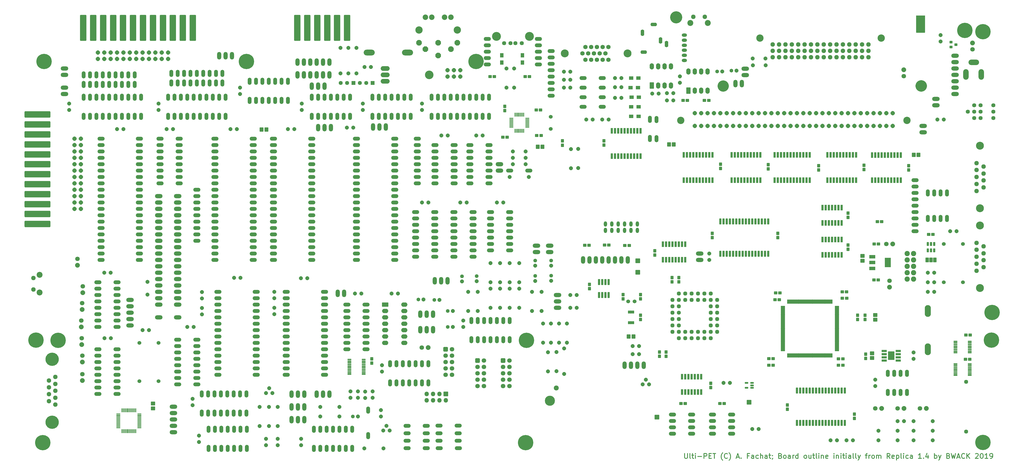
<source format=gts>
G04 #@! TF.GenerationSoftware,KiCad,Pcbnew,8.0.3*
G04 #@! TF.CreationDate,2024-06-16T18:13:09+02:00*
G04 #@! TF.ProjectId,cbm_ultipet_v1,63626d5f-756c-4746-9970-65745f76312e,rev?*
G04 #@! TF.SameCoordinates,Original*
G04 #@! TF.FileFunction,Soldermask,Top*
G04 #@! TF.FilePolarity,Negative*
%FSLAX46Y46*%
G04 Gerber Fmt 4.6, Leading zero omitted, Abs format (unit mm)*
G04 Created by KiCad (PCBNEW 8.0.3) date 2024-06-16 18:13:09*
%MOMM*%
%LPD*%
G01*
G04 APERTURE LIST*
G04 Aperture macros list*
%AMRoundRect*
0 Rectangle with rounded corners*
0 $1 Rounding radius*
0 $2 $3 $4 $5 $6 $7 $8 $9 X,Y pos of 4 corners*
0 Add a 4 corners polygon primitive as box body*
4,1,4,$2,$3,$4,$5,$6,$7,$8,$9,$2,$3,0*
0 Add four circle primitives for the rounded corners*
1,1,$1+$1,$2,$3*
1,1,$1+$1,$4,$5*
1,1,$1+$1,$6,$7*
1,1,$1+$1,$8,$9*
0 Add four rect primitives between the rounded corners*
20,1,$1+$1,$2,$3,$4,$5,0*
20,1,$1+$1,$4,$5,$6,$7,0*
20,1,$1+$1,$6,$7,$8,$9,0*
20,1,$1+$1,$8,$9,$2,$3,0*%
%AMFreePoly0*
4,1,25,0.333266,0.742596,0.345389,0.732242,0.732242,0.345389,0.760749,0.289441,0.762000,0.273547,0.762000,-0.273547,0.742596,-0.333266,0.732242,-0.345389,0.345389,-0.732242,0.289441,-0.760749,0.273547,-0.762000,-0.273547,-0.762000,-0.333266,-0.742596,-0.345389,-0.732242,-0.732242,-0.345389,-0.760749,-0.289441,-0.762000,-0.273547,-0.762000,0.273547,-0.742596,0.333266,-0.732242,0.345389,
-0.345389,0.732242,-0.289441,0.760749,-0.273547,0.762000,0.273547,0.762000,0.333266,0.742596,0.333266,0.742596,$1*%
%AMFreePoly1*
4,1,25,0.391131,0.882296,0.403254,0.871942,0.871942,0.403254,0.900449,0.347306,0.901700,0.331412,0.901700,-0.331412,0.882296,-0.391131,0.871942,-0.403254,0.403254,-0.871942,0.347306,-0.900449,0.331412,-0.901700,-0.331412,-0.901700,-0.391131,-0.882296,-0.403254,-0.871942,-0.871942,-0.403254,-0.900449,-0.347306,-0.901700,-0.331412,-0.901700,0.331412,-0.882296,0.391131,-0.871942,0.403254,
-0.403254,0.871942,-0.347306,0.900449,-0.331412,0.901700,0.331412,0.901700,0.391131,0.882296,0.391131,0.882296,$1*%
%AMFreePoly2*
4,1,25,0.375350,0.844196,0.387473,0.833842,0.833842,0.387473,0.862349,0.331525,0.863600,0.315631,0.863600,-0.315631,0.844196,-0.375350,0.833842,-0.387473,0.387473,-0.833842,0.331525,-0.862349,0.315631,-0.863600,-0.315631,-0.863600,-0.375350,-0.844196,-0.387473,-0.833842,-0.833842,-0.387473,-0.862349,-0.331525,-0.863600,-0.315631,-0.863600,0.315631,-0.844196,0.375350,-0.833842,0.387473,
-0.387473,0.833842,-0.331525,0.862349,-0.315631,0.863600,0.315631,0.863600,0.375350,0.844196,0.375350,0.844196,$1*%
%AMFreePoly3*
4,1,25,0.322745,0.717196,0.334868,0.706842,0.706842,0.334868,0.735349,0.278920,0.736600,0.263026,0.736600,-0.263026,0.717196,-0.322745,0.706842,-0.334868,0.334868,-0.706842,0.278920,-0.735349,0.263026,-0.736600,-0.263026,-0.736600,-0.322745,-0.717196,-0.334868,-0.706842,-0.706842,-0.334868,-0.735349,-0.278920,-0.736600,-0.263026,-0.736600,0.263026,-0.717196,0.322745,-0.706842,0.334868,
-0.334868,0.706842,-0.278920,0.735349,-0.263026,0.736600,0.263026,0.736600,0.322745,0.717196,0.322745,0.717196,$1*%
%AMFreePoly4*
4,1,25,0.354308,0.793396,0.366431,0.783042,0.783042,0.366431,0.811549,0.310483,0.812800,0.294589,0.812800,-0.294589,0.793396,-0.354308,0.783042,-0.366431,0.366431,-0.783042,0.310483,-0.811549,0.294589,-0.812800,-0.294589,-0.812800,-0.354308,-0.793396,-0.366431,-0.783042,-0.783042,-0.366431,-0.811549,-0.310483,-0.812800,-0.294589,-0.812800,0.294589,-0.793396,0.354308,-0.783042,0.366431,
-0.366431,0.783042,-0.310483,0.811549,-0.294589,0.812800,0.294589,0.812800,0.354308,0.793396,0.354308,0.793396,$1*%
%AMFreePoly5*
4,1,25,0.349047,0.780696,0.361170,0.770342,0.770342,0.361170,0.798849,0.305222,0.800100,0.289328,0.800100,-0.289328,0.780696,-0.349047,0.770342,-0.361170,0.361170,-0.770342,0.305222,-0.798849,0.289328,-0.800100,-0.289328,-0.800100,-0.349047,-0.780696,-0.361170,-0.770342,-0.770342,-0.361170,-0.798849,-0.305222,-0.800100,-0.289328,-0.800100,0.289328,-0.780696,0.349047,-0.770342,0.361170,
-0.361170,0.770342,-0.305222,0.798849,-0.289328,0.800100,0.289328,0.800100,0.349047,0.780696,0.349047,0.780696,$1*%
%AMFreePoly6*
4,1,25,0.470039,1.072796,0.482162,1.062442,1.062442,0.482162,1.090949,0.426214,1.092200,0.410320,1.092200,-0.410320,1.072796,-0.470039,1.062442,-0.482162,0.482162,-1.062442,0.426214,-1.090949,0.410320,-1.092200,-0.410320,-1.092200,-0.470039,-1.072796,-0.482162,-1.062442,-1.062442,-0.482162,-1.090949,-0.426214,-1.092200,-0.410320,-1.092200,0.410320,-1.072796,0.470039,-1.062442,0.482162,
-0.482162,1.062442,-0.426214,1.090949,-0.410320,1.092200,0.410320,1.092200,0.470039,1.072796,0.470039,1.072796,$1*%
G04 Aperture macros list end*
%ADD10C,4.800000*%
%ADD11C,4.600000*%
%ADD12C,4.500000*%
%ADD13C,0.300000*%
%ADD14C,1.626000*%
%ADD15O,2.844800X1.524000*%
%ADD16C,6.102000*%
%ADD17RoundRect,0.101600X-0.955000X0.305000X-0.955000X-0.305000X0.955000X-0.305000X0.955000X0.305000X0*%
%ADD18RoundRect,0.101600X1.205000X1.550000X-1.205000X1.550000X-1.205000X-1.550000X1.205000X-1.550000X0*%
%ADD19O,3.048000X1.625600*%
%ADD20RoundRect,0.101600X0.550000X0.500000X-0.550000X0.500000X-0.550000X-0.500000X0.550000X-0.500000X0*%
%ADD21RoundRect,0.051000X0.750000X0.750000X-0.750000X0.750000X-0.750000X-0.750000X0.750000X-0.750000X0*%
%ADD22C,1.602000*%
%ADD23O,1.524000X2.844800*%
%ADD24FreePoly0,270.000000*%
%ADD25C,1.803400*%
%ADD26FreePoly1,90.000000*%
%ADD27RoundRect,0.101600X-0.550000X-0.500000X0.550000X-0.500000X0.550000X0.500000X-0.550000X0.500000X0*%
%ADD28FreePoly0,0.000000*%
%ADD29C,3.150000*%
%ADD30FreePoly2,90.000000*%
%ADD31O,2.102000X1.302000*%
%ADD32RoundRect,0.101600X0.500000X-0.550000X0.500000X0.550000X-0.500000X0.550000X-0.500000X-0.550000X0*%
%ADD33RoundRect,0.101600X-0.650000X-0.750000X0.650000X-0.750000X0.650000X0.750000X-0.650000X0.750000X0*%
%ADD34RoundRect,0.101600X-0.500000X0.550000X-0.500000X-0.550000X0.500000X-0.550000X0.500000X0.550000X0*%
%ADD35FreePoly0,90.000000*%
%ADD36FreePoly0,180.000000*%
%ADD37O,1.625600X3.048000*%
%ADD38FreePoly2,270.000000*%
%ADD39C,2.362200*%
%ADD40RoundRect,0.051000X0.800000X-1.200000X0.800000X1.200000X-0.800000X1.200000X-0.800000X-1.200000X0*%
%ADD41O,1.702000X2.502000*%
%ADD42RoundRect,0.051000X-0.850000X-0.850000X0.850000X-0.850000X0.850000X0.850000X-0.850000X0.850000X0*%
%ADD43RoundRect,0.101600X0.600000X-0.750000X0.600000X0.750000X-0.600000X0.750000X-0.600000X-0.750000X0*%
%ADD44FreePoly1,270.000000*%
%ADD45RoundRect,0.265000X-0.636000X-0.636000X0.636000X-0.636000X0.636000X0.636000X-0.636000X0.636000X0*%
%ADD46C,1.802000*%
%ADD47RoundRect,0.101600X0.750000X0.600000X-0.750000X0.600000X-0.750000X-0.600000X0.750000X-0.600000X0*%
%ADD48C,1.473200*%
%ADD49FreePoly3,270.000000*%
%ADD50FreePoly3,0.000000*%
%ADD51FreePoly1,0.000000*%
%ADD52C,1.524000*%
%ADD53RoundRect,0.125500X-0.663000X-0.125500X0.663000X-0.125500X0.663000X0.125500X-0.663000X0.125500X0*%
%ADD54RoundRect,0.101600X0.330200X1.016000X-0.330200X1.016000X-0.330200X-1.016000X0.330200X-1.016000X0*%
%ADD55RoundRect,0.101600X-0.300000X-1.100000X0.300000X-1.100000X0.300000X1.100000X-0.300000X1.100000X0*%
%ADD56RoundRect,0.388620X0.906780X4.792980X-0.906780X4.792980X-0.906780X-4.792980X0.906780X-4.792980X0*%
%ADD57RoundRect,0.088000X0.088000X-0.688000X0.088000X0.688000X-0.088000X0.688000X-0.088000X-0.688000X0*%
%ADD58RoundRect,0.088000X0.688000X-0.088000X0.688000X0.088000X-0.688000X0.088000X-0.688000X-0.088000X0*%
%ADD59RoundRect,0.101600X0.750000X-0.650000X0.750000X0.650000X-0.750000X0.650000X-0.750000X-0.650000X0*%
%ADD60RoundRect,0.051000X-0.850000X0.850000X-0.850000X-0.850000X0.850000X-0.850000X0.850000X0.850000X0*%
%ADD61O,1.802000X1.802000*%
%ADD62RoundRect,0.101600X0.317500X-0.635000X0.317500X0.635000X-0.317500X0.635000X-0.317500X-0.635000X0*%
%ADD63RoundRect,0.101600X-0.317500X0.635000X-0.317500X-0.635000X0.317500X-0.635000X0.317500X0.635000X0*%
%ADD64RoundRect,0.101600X-0.750000X0.650000X-0.750000X-0.650000X0.750000X-0.650000X0.750000X0.650000X0*%
%ADD65RoundRect,0.101600X-0.750000X0.135000X-0.750000X-0.135000X0.750000X-0.135000X0.750000X0.135000X0*%
%ADD66RoundRect,0.101600X-0.135000X0.750000X-0.135000X-0.750000X0.135000X-0.750000X0.135000X0.750000X0*%
%ADD67C,5.283200*%
%ADD68C,2.896000*%
%ADD69RoundRect,0.101600X0.584200X0.800100X-0.584200X0.800100X-0.584200X-0.800100X0.584200X-0.800100X0*%
%ADD70O,4.394200X2.298700*%
%ADD71O,2.451100X4.699000*%
%ADD72RoundRect,0.388620X-4.792980X0.906780X-4.792980X-0.906780X4.792980X-0.906780X4.792980X0.906780X0*%
%ADD73FreePoly4,270.000000*%
%ADD74O,2.603200X1.403200*%
%ADD75O,1.403200X2.603200*%
%ADD76C,1.625600*%
%ADD77C,3.530600*%
%ADD78O,2.203200X4.203200*%
%ADD79O,4.203200X2.203200*%
%ADD80RoundRect,0.101600X-0.330200X-1.016000X0.330200X-1.016000X0.330200X1.016000X-0.330200X1.016000X0*%
%ADD81RoundRect,0.175500X0.538000X0.175500X-0.538000X0.175500X-0.538000X-0.175500X0.538000X-0.175500X0*%
%ADD82RoundRect,0.051000X-1.200000X-0.800000X1.200000X-0.800000X1.200000X0.800000X-1.200000X0.800000X0*%
%ADD83O,2.502000X1.702000*%
%ADD84C,1.727200*%
%ADD85RoundRect,0.101600X-1.117500X0.609500X-1.117500X-0.609500X1.117500X-0.609500X1.117500X0.609500X0*%
%ADD86RoundRect,0.101600X-1.100000X1.800000X-1.100000X-1.800000X1.100000X-1.800000X1.100000X1.800000X0*%
%ADD87RoundRect,0.100500X-0.100500X0.688000X-0.100500X-0.688000X0.100500X-0.688000X0.100500X0.688000X0*%
%ADD88RoundRect,0.100500X-0.688000X0.100500X-0.688000X-0.100500X0.688000X-0.100500X0.688000X0.100500X0*%
%ADD89C,3.404000*%
%ADD90O,3.556000X1.879600*%
%ADD91RoundRect,0.101600X0.300000X1.100000X-0.300000X1.100000X-0.300000X-1.100000X0.300000X-1.100000X0*%
%ADD92FreePoly4,0.000000*%
%ADD93FreePoly2,180.000000*%
%ADD94C,1.611200*%
%ADD95C,1.600200*%
%ADD96FreePoly5,90.000000*%
%ADD97FreePoly4,180.000000*%
%ADD98FreePoly6,180.000000*%
%ADD99C,2.184400*%
%ADD100RoundRect,0.101600X0.125000X0.500000X-0.125000X0.500000X-0.125000X-0.500000X0.125000X-0.500000X0*%
%ADD101RoundRect,0.101600X-0.125000X-0.500000X0.125000X-0.500000X0.125000X0.500000X-0.125000X0.500000X0*%
%ADD102RoundRect,0.101600X-0.450000X0.400000X-0.450000X-0.400000X0.450000X-0.400000X0.450000X0.400000X0*%
%ADD103C,2.082800*%
%ADD104C,1.981200*%
%ADD105C,4.013200*%
%ADD106O,1.302000X2.102000*%
%ADD107FreePoly4,90.000000*%
G04 APERTURE END LIST*
D10*
X275755178Y-44330862D02*
X275755178Y-44330862D01*
D11*
X373264678Y-71702662D02*
X373264678Y-71703662D01*
D12*
X294397678Y-71702662D02*
X294397678Y-71703662D01*
D13*
X279121899Y-217984638D02*
X279121899Y-219603685D01*
X279121899Y-219603685D02*
X279217137Y-219794161D01*
X279217137Y-219794161D02*
X279312375Y-219889400D01*
X279312375Y-219889400D02*
X279502851Y-219984638D01*
X279502851Y-219984638D02*
X279883804Y-219984638D01*
X279883804Y-219984638D02*
X280074280Y-219889400D01*
X280074280Y-219889400D02*
X280169518Y-219794161D01*
X280169518Y-219794161D02*
X280264756Y-219603685D01*
X280264756Y-219603685D02*
X280264756Y-217984638D01*
X281502851Y-219984638D02*
X281312375Y-219889400D01*
X281312375Y-219889400D02*
X281217137Y-219698923D01*
X281217137Y-219698923D02*
X281217137Y-217984638D01*
X281979042Y-218651304D02*
X282740946Y-218651304D01*
X282264756Y-217984638D02*
X282264756Y-219698923D01*
X282264756Y-219698923D02*
X282359994Y-219889400D01*
X282359994Y-219889400D02*
X282550470Y-219984638D01*
X282550470Y-219984638D02*
X282740946Y-219984638D01*
X283407613Y-219984638D02*
X283407613Y-218651304D01*
X283407613Y-217984638D02*
X283312375Y-218079876D01*
X283312375Y-218079876D02*
X283407613Y-218175114D01*
X283407613Y-218175114D02*
X283502851Y-218079876D01*
X283502851Y-218079876D02*
X283407613Y-217984638D01*
X283407613Y-217984638D02*
X283407613Y-218175114D01*
X284359994Y-219222733D02*
X285883804Y-219222733D01*
X286836184Y-219984638D02*
X286836184Y-217984638D01*
X286836184Y-217984638D02*
X287598089Y-217984638D01*
X287598089Y-217984638D02*
X287788565Y-218079876D01*
X287788565Y-218079876D02*
X287883803Y-218175114D01*
X287883803Y-218175114D02*
X287979041Y-218365590D01*
X287979041Y-218365590D02*
X287979041Y-218651304D01*
X287979041Y-218651304D02*
X287883803Y-218841780D01*
X287883803Y-218841780D02*
X287788565Y-218937019D01*
X287788565Y-218937019D02*
X287598089Y-219032257D01*
X287598089Y-219032257D02*
X286836184Y-219032257D01*
X288836184Y-218937019D02*
X289502851Y-218937019D01*
X289788565Y-219984638D02*
X288836184Y-219984638D01*
X288836184Y-219984638D02*
X288836184Y-217984638D01*
X288836184Y-217984638D02*
X289788565Y-217984638D01*
X290359994Y-217984638D02*
X291502851Y-217984638D01*
X290931422Y-219984638D02*
X290931422Y-217984638D01*
X294264757Y-220746542D02*
X294169518Y-220651304D01*
X294169518Y-220651304D02*
X293979042Y-220365590D01*
X293979042Y-220365590D02*
X293883804Y-220175114D01*
X293883804Y-220175114D02*
X293788566Y-219889400D01*
X293788566Y-219889400D02*
X293693328Y-219413209D01*
X293693328Y-219413209D02*
X293693328Y-219032257D01*
X293693328Y-219032257D02*
X293788566Y-218556066D01*
X293788566Y-218556066D02*
X293883804Y-218270352D01*
X293883804Y-218270352D02*
X293979042Y-218079876D01*
X293979042Y-218079876D02*
X294169518Y-217794161D01*
X294169518Y-217794161D02*
X294264757Y-217698923D01*
X296169518Y-219794161D02*
X296074280Y-219889400D01*
X296074280Y-219889400D02*
X295788566Y-219984638D01*
X295788566Y-219984638D02*
X295598090Y-219984638D01*
X295598090Y-219984638D02*
X295312375Y-219889400D01*
X295312375Y-219889400D02*
X295121899Y-219698923D01*
X295121899Y-219698923D02*
X295026661Y-219508447D01*
X295026661Y-219508447D02*
X294931423Y-219127495D01*
X294931423Y-219127495D02*
X294931423Y-218841780D01*
X294931423Y-218841780D02*
X295026661Y-218460828D01*
X295026661Y-218460828D02*
X295121899Y-218270352D01*
X295121899Y-218270352D02*
X295312375Y-218079876D01*
X295312375Y-218079876D02*
X295598090Y-217984638D01*
X295598090Y-217984638D02*
X295788566Y-217984638D01*
X295788566Y-217984638D02*
X296074280Y-218079876D01*
X296074280Y-218079876D02*
X296169518Y-218175114D01*
X296836185Y-220746542D02*
X296931423Y-220651304D01*
X296931423Y-220651304D02*
X297121899Y-220365590D01*
X297121899Y-220365590D02*
X297217137Y-220175114D01*
X297217137Y-220175114D02*
X297312375Y-219889400D01*
X297312375Y-219889400D02*
X297407613Y-219413209D01*
X297407613Y-219413209D02*
X297407613Y-219032257D01*
X297407613Y-219032257D02*
X297312375Y-218556066D01*
X297312375Y-218556066D02*
X297217137Y-218270352D01*
X297217137Y-218270352D02*
X297121899Y-218079876D01*
X297121899Y-218079876D02*
X296931423Y-217794161D01*
X296931423Y-217794161D02*
X296836185Y-217698923D01*
X299788566Y-219413209D02*
X300740947Y-219413209D01*
X299598090Y-219984638D02*
X300264756Y-217984638D01*
X300264756Y-217984638D02*
X300931423Y-219984638D01*
X301598090Y-219794161D02*
X301693328Y-219889400D01*
X301693328Y-219889400D02*
X301598090Y-219984638D01*
X301598090Y-219984638D02*
X301502852Y-219889400D01*
X301502852Y-219889400D02*
X301598090Y-219794161D01*
X301598090Y-219794161D02*
X301598090Y-219984638D01*
X304740948Y-218937019D02*
X304074281Y-218937019D01*
X304074281Y-219984638D02*
X304074281Y-217984638D01*
X304074281Y-217984638D02*
X305026662Y-217984638D01*
X306645710Y-219984638D02*
X306645710Y-218937019D01*
X306645710Y-218937019D02*
X306550472Y-218746542D01*
X306550472Y-218746542D02*
X306359996Y-218651304D01*
X306359996Y-218651304D02*
X305979043Y-218651304D01*
X305979043Y-218651304D02*
X305788567Y-218746542D01*
X306645710Y-219889400D02*
X306455234Y-219984638D01*
X306455234Y-219984638D02*
X305979043Y-219984638D01*
X305979043Y-219984638D02*
X305788567Y-219889400D01*
X305788567Y-219889400D02*
X305693329Y-219698923D01*
X305693329Y-219698923D02*
X305693329Y-219508447D01*
X305693329Y-219508447D02*
X305788567Y-219317971D01*
X305788567Y-219317971D02*
X305979043Y-219222733D01*
X305979043Y-219222733D02*
X306455234Y-219222733D01*
X306455234Y-219222733D02*
X306645710Y-219127495D01*
X308455234Y-219889400D02*
X308264758Y-219984638D01*
X308264758Y-219984638D02*
X307883805Y-219984638D01*
X307883805Y-219984638D02*
X307693329Y-219889400D01*
X307693329Y-219889400D02*
X307598091Y-219794161D01*
X307598091Y-219794161D02*
X307502853Y-219603685D01*
X307502853Y-219603685D02*
X307502853Y-219032257D01*
X307502853Y-219032257D02*
X307598091Y-218841780D01*
X307598091Y-218841780D02*
X307693329Y-218746542D01*
X307693329Y-218746542D02*
X307883805Y-218651304D01*
X307883805Y-218651304D02*
X308264758Y-218651304D01*
X308264758Y-218651304D02*
X308455234Y-218746542D01*
X309312377Y-219984638D02*
X309312377Y-217984638D01*
X310169520Y-219984638D02*
X310169520Y-218937019D01*
X310169520Y-218937019D02*
X310074282Y-218746542D01*
X310074282Y-218746542D02*
X309883806Y-218651304D01*
X309883806Y-218651304D02*
X309598091Y-218651304D01*
X309598091Y-218651304D02*
X309407615Y-218746542D01*
X309407615Y-218746542D02*
X309312377Y-218841780D01*
X311979044Y-219984638D02*
X311979044Y-218937019D01*
X311979044Y-218937019D02*
X311883806Y-218746542D01*
X311883806Y-218746542D02*
X311693330Y-218651304D01*
X311693330Y-218651304D02*
X311312377Y-218651304D01*
X311312377Y-218651304D02*
X311121901Y-218746542D01*
X311979044Y-219889400D02*
X311788568Y-219984638D01*
X311788568Y-219984638D02*
X311312377Y-219984638D01*
X311312377Y-219984638D02*
X311121901Y-219889400D01*
X311121901Y-219889400D02*
X311026663Y-219698923D01*
X311026663Y-219698923D02*
X311026663Y-219508447D01*
X311026663Y-219508447D02*
X311121901Y-219317971D01*
X311121901Y-219317971D02*
X311312377Y-219222733D01*
X311312377Y-219222733D02*
X311788568Y-219222733D01*
X311788568Y-219222733D02*
X311979044Y-219127495D01*
X312645711Y-218651304D02*
X313407615Y-218651304D01*
X312931425Y-217984638D02*
X312931425Y-219698923D01*
X312931425Y-219698923D02*
X313026663Y-219889400D01*
X313026663Y-219889400D02*
X313217139Y-219984638D01*
X313217139Y-219984638D02*
X313407615Y-219984638D01*
X314169520Y-219889400D02*
X314169520Y-219984638D01*
X314169520Y-219984638D02*
X314074282Y-220175114D01*
X314074282Y-220175114D02*
X313979044Y-220270352D01*
X314074282Y-218746542D02*
X314169520Y-218841780D01*
X314169520Y-218841780D02*
X314074282Y-218937019D01*
X314074282Y-218937019D02*
X313979044Y-218841780D01*
X313979044Y-218841780D02*
X314074282Y-218746542D01*
X314074282Y-218746542D02*
X314074282Y-218937019D01*
X317217140Y-218937019D02*
X317502854Y-219032257D01*
X317502854Y-219032257D02*
X317598092Y-219127495D01*
X317598092Y-219127495D02*
X317693330Y-219317971D01*
X317693330Y-219317971D02*
X317693330Y-219603685D01*
X317693330Y-219603685D02*
X317598092Y-219794161D01*
X317598092Y-219794161D02*
X317502854Y-219889400D01*
X317502854Y-219889400D02*
X317312378Y-219984638D01*
X317312378Y-219984638D02*
X316550473Y-219984638D01*
X316550473Y-219984638D02*
X316550473Y-217984638D01*
X316550473Y-217984638D02*
X317217140Y-217984638D01*
X317217140Y-217984638D02*
X317407616Y-218079876D01*
X317407616Y-218079876D02*
X317502854Y-218175114D01*
X317502854Y-218175114D02*
X317598092Y-218365590D01*
X317598092Y-218365590D02*
X317598092Y-218556066D01*
X317598092Y-218556066D02*
X317502854Y-218746542D01*
X317502854Y-218746542D02*
X317407616Y-218841780D01*
X317407616Y-218841780D02*
X317217140Y-218937019D01*
X317217140Y-218937019D02*
X316550473Y-218937019D01*
X318836187Y-219984638D02*
X318645711Y-219889400D01*
X318645711Y-219889400D02*
X318550473Y-219794161D01*
X318550473Y-219794161D02*
X318455235Y-219603685D01*
X318455235Y-219603685D02*
X318455235Y-219032257D01*
X318455235Y-219032257D02*
X318550473Y-218841780D01*
X318550473Y-218841780D02*
X318645711Y-218746542D01*
X318645711Y-218746542D02*
X318836187Y-218651304D01*
X318836187Y-218651304D02*
X319121902Y-218651304D01*
X319121902Y-218651304D02*
X319312378Y-218746542D01*
X319312378Y-218746542D02*
X319407616Y-218841780D01*
X319407616Y-218841780D02*
X319502854Y-219032257D01*
X319502854Y-219032257D02*
X319502854Y-219603685D01*
X319502854Y-219603685D02*
X319407616Y-219794161D01*
X319407616Y-219794161D02*
X319312378Y-219889400D01*
X319312378Y-219889400D02*
X319121902Y-219984638D01*
X319121902Y-219984638D02*
X318836187Y-219984638D01*
X321217140Y-219984638D02*
X321217140Y-218937019D01*
X321217140Y-218937019D02*
X321121902Y-218746542D01*
X321121902Y-218746542D02*
X320931426Y-218651304D01*
X320931426Y-218651304D02*
X320550473Y-218651304D01*
X320550473Y-218651304D02*
X320359997Y-218746542D01*
X321217140Y-219889400D02*
X321026664Y-219984638D01*
X321026664Y-219984638D02*
X320550473Y-219984638D01*
X320550473Y-219984638D02*
X320359997Y-219889400D01*
X320359997Y-219889400D02*
X320264759Y-219698923D01*
X320264759Y-219698923D02*
X320264759Y-219508447D01*
X320264759Y-219508447D02*
X320359997Y-219317971D01*
X320359997Y-219317971D02*
X320550473Y-219222733D01*
X320550473Y-219222733D02*
X321026664Y-219222733D01*
X321026664Y-219222733D02*
X321217140Y-219127495D01*
X322169521Y-219984638D02*
X322169521Y-218651304D01*
X322169521Y-219032257D02*
X322264759Y-218841780D01*
X322264759Y-218841780D02*
X322359997Y-218746542D01*
X322359997Y-218746542D02*
X322550473Y-218651304D01*
X322550473Y-218651304D02*
X322740950Y-218651304D01*
X324264759Y-219984638D02*
X324264759Y-217984638D01*
X324264759Y-219889400D02*
X324074283Y-219984638D01*
X324074283Y-219984638D02*
X323693330Y-219984638D01*
X323693330Y-219984638D02*
X323502854Y-219889400D01*
X323502854Y-219889400D02*
X323407616Y-219794161D01*
X323407616Y-219794161D02*
X323312378Y-219603685D01*
X323312378Y-219603685D02*
X323312378Y-219032257D01*
X323312378Y-219032257D02*
X323407616Y-218841780D01*
X323407616Y-218841780D02*
X323502854Y-218746542D01*
X323502854Y-218746542D02*
X323693330Y-218651304D01*
X323693330Y-218651304D02*
X324074283Y-218651304D01*
X324074283Y-218651304D02*
X324264759Y-218746542D01*
X327026664Y-219984638D02*
X326836188Y-219889400D01*
X326836188Y-219889400D02*
X326740950Y-219794161D01*
X326740950Y-219794161D02*
X326645712Y-219603685D01*
X326645712Y-219603685D02*
X326645712Y-219032257D01*
X326645712Y-219032257D02*
X326740950Y-218841780D01*
X326740950Y-218841780D02*
X326836188Y-218746542D01*
X326836188Y-218746542D02*
X327026664Y-218651304D01*
X327026664Y-218651304D02*
X327312379Y-218651304D01*
X327312379Y-218651304D02*
X327502855Y-218746542D01*
X327502855Y-218746542D02*
X327598093Y-218841780D01*
X327598093Y-218841780D02*
X327693331Y-219032257D01*
X327693331Y-219032257D02*
X327693331Y-219603685D01*
X327693331Y-219603685D02*
X327598093Y-219794161D01*
X327598093Y-219794161D02*
X327502855Y-219889400D01*
X327502855Y-219889400D02*
X327312379Y-219984638D01*
X327312379Y-219984638D02*
X327026664Y-219984638D01*
X329407617Y-218651304D02*
X329407617Y-219984638D01*
X328550474Y-218651304D02*
X328550474Y-219698923D01*
X328550474Y-219698923D02*
X328645712Y-219889400D01*
X328645712Y-219889400D02*
X328836188Y-219984638D01*
X328836188Y-219984638D02*
X329121903Y-219984638D01*
X329121903Y-219984638D02*
X329312379Y-219889400D01*
X329312379Y-219889400D02*
X329407617Y-219794161D01*
X330074284Y-218651304D02*
X330836188Y-218651304D01*
X330359998Y-217984638D02*
X330359998Y-219698923D01*
X330359998Y-219698923D02*
X330455236Y-219889400D01*
X330455236Y-219889400D02*
X330645712Y-219984638D01*
X330645712Y-219984638D02*
X330836188Y-219984638D01*
X331788569Y-219984638D02*
X331598093Y-219889400D01*
X331598093Y-219889400D02*
X331502855Y-219698923D01*
X331502855Y-219698923D02*
X331502855Y-217984638D01*
X332550474Y-219984638D02*
X332550474Y-218651304D01*
X332550474Y-217984638D02*
X332455236Y-218079876D01*
X332455236Y-218079876D02*
X332550474Y-218175114D01*
X332550474Y-218175114D02*
X332645712Y-218079876D01*
X332645712Y-218079876D02*
X332550474Y-217984638D01*
X332550474Y-217984638D02*
X332550474Y-218175114D01*
X333502855Y-218651304D02*
X333502855Y-219984638D01*
X333502855Y-218841780D02*
X333598093Y-218746542D01*
X333598093Y-218746542D02*
X333788569Y-218651304D01*
X333788569Y-218651304D02*
X334074284Y-218651304D01*
X334074284Y-218651304D02*
X334264760Y-218746542D01*
X334264760Y-218746542D02*
X334359998Y-218937019D01*
X334359998Y-218937019D02*
X334359998Y-219984638D01*
X336074284Y-219889400D02*
X335883808Y-219984638D01*
X335883808Y-219984638D02*
X335502855Y-219984638D01*
X335502855Y-219984638D02*
X335312379Y-219889400D01*
X335312379Y-219889400D02*
X335217141Y-219698923D01*
X335217141Y-219698923D02*
X335217141Y-218937019D01*
X335217141Y-218937019D02*
X335312379Y-218746542D01*
X335312379Y-218746542D02*
X335502855Y-218651304D01*
X335502855Y-218651304D02*
X335883808Y-218651304D01*
X335883808Y-218651304D02*
X336074284Y-218746542D01*
X336074284Y-218746542D02*
X336169522Y-218937019D01*
X336169522Y-218937019D02*
X336169522Y-219127495D01*
X336169522Y-219127495D02*
X335217141Y-219317971D01*
X338550475Y-219984638D02*
X338550475Y-218651304D01*
X338550475Y-217984638D02*
X338455237Y-218079876D01*
X338455237Y-218079876D02*
X338550475Y-218175114D01*
X338550475Y-218175114D02*
X338645713Y-218079876D01*
X338645713Y-218079876D02*
X338550475Y-217984638D01*
X338550475Y-217984638D02*
X338550475Y-218175114D01*
X339502856Y-218651304D02*
X339502856Y-219984638D01*
X339502856Y-218841780D02*
X339598094Y-218746542D01*
X339598094Y-218746542D02*
X339788570Y-218651304D01*
X339788570Y-218651304D02*
X340074285Y-218651304D01*
X340074285Y-218651304D02*
X340264761Y-218746542D01*
X340264761Y-218746542D02*
X340359999Y-218937019D01*
X340359999Y-218937019D02*
X340359999Y-219984638D01*
X341312380Y-219984638D02*
X341312380Y-218651304D01*
X341312380Y-217984638D02*
X341217142Y-218079876D01*
X341217142Y-218079876D02*
X341312380Y-218175114D01*
X341312380Y-218175114D02*
X341407618Y-218079876D01*
X341407618Y-218079876D02*
X341312380Y-217984638D01*
X341312380Y-217984638D02*
X341312380Y-218175114D01*
X341979047Y-218651304D02*
X342740951Y-218651304D01*
X342264761Y-217984638D02*
X342264761Y-219698923D01*
X342264761Y-219698923D02*
X342359999Y-219889400D01*
X342359999Y-219889400D02*
X342550475Y-219984638D01*
X342550475Y-219984638D02*
X342740951Y-219984638D01*
X343407618Y-219984638D02*
X343407618Y-218651304D01*
X343407618Y-217984638D02*
X343312380Y-218079876D01*
X343312380Y-218079876D02*
X343407618Y-218175114D01*
X343407618Y-218175114D02*
X343502856Y-218079876D01*
X343502856Y-218079876D02*
X343407618Y-217984638D01*
X343407618Y-217984638D02*
X343407618Y-218175114D01*
X345217142Y-219984638D02*
X345217142Y-218937019D01*
X345217142Y-218937019D02*
X345121904Y-218746542D01*
X345121904Y-218746542D02*
X344931428Y-218651304D01*
X344931428Y-218651304D02*
X344550475Y-218651304D01*
X344550475Y-218651304D02*
X344359999Y-218746542D01*
X345217142Y-219889400D02*
X345026666Y-219984638D01*
X345026666Y-219984638D02*
X344550475Y-219984638D01*
X344550475Y-219984638D02*
X344359999Y-219889400D01*
X344359999Y-219889400D02*
X344264761Y-219698923D01*
X344264761Y-219698923D02*
X344264761Y-219508447D01*
X344264761Y-219508447D02*
X344359999Y-219317971D01*
X344359999Y-219317971D02*
X344550475Y-219222733D01*
X344550475Y-219222733D02*
X345026666Y-219222733D01*
X345026666Y-219222733D02*
X345217142Y-219127495D01*
X346455237Y-219984638D02*
X346264761Y-219889400D01*
X346264761Y-219889400D02*
X346169523Y-219698923D01*
X346169523Y-219698923D02*
X346169523Y-217984638D01*
X347502856Y-219984638D02*
X347312380Y-219889400D01*
X347312380Y-219889400D02*
X347217142Y-219698923D01*
X347217142Y-219698923D02*
X347217142Y-217984638D01*
X348074285Y-218651304D02*
X348550475Y-219984638D01*
X349026666Y-218651304D02*
X348550475Y-219984638D01*
X348550475Y-219984638D02*
X348359999Y-220460828D01*
X348359999Y-220460828D02*
X348264761Y-220556066D01*
X348264761Y-220556066D02*
X348074285Y-220651304D01*
X351026667Y-218651304D02*
X351788571Y-218651304D01*
X351312381Y-219984638D02*
X351312381Y-218270352D01*
X351312381Y-218270352D02*
X351407619Y-218079876D01*
X351407619Y-218079876D02*
X351598095Y-217984638D01*
X351598095Y-217984638D02*
X351788571Y-217984638D01*
X352455238Y-219984638D02*
X352455238Y-218651304D01*
X352455238Y-219032257D02*
X352550476Y-218841780D01*
X352550476Y-218841780D02*
X352645714Y-218746542D01*
X352645714Y-218746542D02*
X352836190Y-218651304D01*
X352836190Y-218651304D02*
X353026667Y-218651304D01*
X353979047Y-219984638D02*
X353788571Y-219889400D01*
X353788571Y-219889400D02*
X353693333Y-219794161D01*
X353693333Y-219794161D02*
X353598095Y-219603685D01*
X353598095Y-219603685D02*
X353598095Y-219032257D01*
X353598095Y-219032257D02*
X353693333Y-218841780D01*
X353693333Y-218841780D02*
X353788571Y-218746542D01*
X353788571Y-218746542D02*
X353979047Y-218651304D01*
X353979047Y-218651304D02*
X354264762Y-218651304D01*
X354264762Y-218651304D02*
X354455238Y-218746542D01*
X354455238Y-218746542D02*
X354550476Y-218841780D01*
X354550476Y-218841780D02*
X354645714Y-219032257D01*
X354645714Y-219032257D02*
X354645714Y-219603685D01*
X354645714Y-219603685D02*
X354550476Y-219794161D01*
X354550476Y-219794161D02*
X354455238Y-219889400D01*
X354455238Y-219889400D02*
X354264762Y-219984638D01*
X354264762Y-219984638D02*
X353979047Y-219984638D01*
X355502857Y-219984638D02*
X355502857Y-218651304D01*
X355502857Y-218841780D02*
X355598095Y-218746542D01*
X355598095Y-218746542D02*
X355788571Y-218651304D01*
X355788571Y-218651304D02*
X356074286Y-218651304D01*
X356074286Y-218651304D02*
X356264762Y-218746542D01*
X356264762Y-218746542D02*
X356360000Y-218937019D01*
X356360000Y-218937019D02*
X356360000Y-219984638D01*
X356360000Y-218937019D02*
X356455238Y-218746542D01*
X356455238Y-218746542D02*
X356645714Y-218651304D01*
X356645714Y-218651304D02*
X356931428Y-218651304D01*
X356931428Y-218651304D02*
X357121905Y-218746542D01*
X357121905Y-218746542D02*
X357217143Y-218937019D01*
X357217143Y-218937019D02*
X357217143Y-219984638D01*
X360836191Y-219984638D02*
X360169524Y-219032257D01*
X359693334Y-219984638D02*
X359693334Y-217984638D01*
X359693334Y-217984638D02*
X360455239Y-217984638D01*
X360455239Y-217984638D02*
X360645715Y-218079876D01*
X360645715Y-218079876D02*
X360740953Y-218175114D01*
X360740953Y-218175114D02*
X360836191Y-218365590D01*
X360836191Y-218365590D02*
X360836191Y-218651304D01*
X360836191Y-218651304D02*
X360740953Y-218841780D01*
X360740953Y-218841780D02*
X360645715Y-218937019D01*
X360645715Y-218937019D02*
X360455239Y-219032257D01*
X360455239Y-219032257D02*
X359693334Y-219032257D01*
X362455239Y-219889400D02*
X362264763Y-219984638D01*
X362264763Y-219984638D02*
X361883810Y-219984638D01*
X361883810Y-219984638D02*
X361693334Y-219889400D01*
X361693334Y-219889400D02*
X361598096Y-219698923D01*
X361598096Y-219698923D02*
X361598096Y-218937019D01*
X361598096Y-218937019D02*
X361693334Y-218746542D01*
X361693334Y-218746542D02*
X361883810Y-218651304D01*
X361883810Y-218651304D02*
X362264763Y-218651304D01*
X362264763Y-218651304D02*
X362455239Y-218746542D01*
X362455239Y-218746542D02*
X362550477Y-218937019D01*
X362550477Y-218937019D02*
X362550477Y-219127495D01*
X362550477Y-219127495D02*
X361598096Y-219317971D01*
X363407620Y-218651304D02*
X363407620Y-220651304D01*
X363407620Y-218746542D02*
X363598096Y-218651304D01*
X363598096Y-218651304D02*
X363979049Y-218651304D01*
X363979049Y-218651304D02*
X364169525Y-218746542D01*
X364169525Y-218746542D02*
X364264763Y-218841780D01*
X364264763Y-218841780D02*
X364360001Y-219032257D01*
X364360001Y-219032257D02*
X364360001Y-219603685D01*
X364360001Y-219603685D02*
X364264763Y-219794161D01*
X364264763Y-219794161D02*
X364169525Y-219889400D01*
X364169525Y-219889400D02*
X363979049Y-219984638D01*
X363979049Y-219984638D02*
X363598096Y-219984638D01*
X363598096Y-219984638D02*
X363407620Y-219889400D01*
X365502858Y-219984638D02*
X365312382Y-219889400D01*
X365312382Y-219889400D02*
X365217144Y-219698923D01*
X365217144Y-219698923D02*
X365217144Y-217984638D01*
X366264763Y-219984638D02*
X366264763Y-218651304D01*
X366264763Y-217984638D02*
X366169525Y-218079876D01*
X366169525Y-218079876D02*
X366264763Y-218175114D01*
X366264763Y-218175114D02*
X366360001Y-218079876D01*
X366360001Y-218079876D02*
X366264763Y-217984638D01*
X366264763Y-217984638D02*
X366264763Y-218175114D01*
X368074287Y-219889400D02*
X367883811Y-219984638D01*
X367883811Y-219984638D02*
X367502858Y-219984638D01*
X367502858Y-219984638D02*
X367312382Y-219889400D01*
X367312382Y-219889400D02*
X367217144Y-219794161D01*
X367217144Y-219794161D02*
X367121906Y-219603685D01*
X367121906Y-219603685D02*
X367121906Y-219032257D01*
X367121906Y-219032257D02*
X367217144Y-218841780D01*
X367217144Y-218841780D02*
X367312382Y-218746542D01*
X367312382Y-218746542D02*
X367502858Y-218651304D01*
X367502858Y-218651304D02*
X367883811Y-218651304D01*
X367883811Y-218651304D02*
X368074287Y-218746542D01*
X369788573Y-219984638D02*
X369788573Y-218937019D01*
X369788573Y-218937019D02*
X369693335Y-218746542D01*
X369693335Y-218746542D02*
X369502859Y-218651304D01*
X369502859Y-218651304D02*
X369121906Y-218651304D01*
X369121906Y-218651304D02*
X368931430Y-218746542D01*
X369788573Y-219889400D02*
X369598097Y-219984638D01*
X369598097Y-219984638D02*
X369121906Y-219984638D01*
X369121906Y-219984638D02*
X368931430Y-219889400D01*
X368931430Y-219889400D02*
X368836192Y-219698923D01*
X368836192Y-219698923D02*
X368836192Y-219508447D01*
X368836192Y-219508447D02*
X368931430Y-219317971D01*
X368931430Y-219317971D02*
X369121906Y-219222733D01*
X369121906Y-219222733D02*
X369598097Y-219222733D01*
X369598097Y-219222733D02*
X369788573Y-219127495D01*
X373312383Y-219984638D02*
X372169526Y-219984638D01*
X372740954Y-219984638D02*
X372740954Y-217984638D01*
X372740954Y-217984638D02*
X372550478Y-218270352D01*
X372550478Y-218270352D02*
X372360002Y-218460828D01*
X372360002Y-218460828D02*
X372169526Y-218556066D01*
X374169526Y-219794161D02*
X374264764Y-219889400D01*
X374264764Y-219889400D02*
X374169526Y-219984638D01*
X374169526Y-219984638D02*
X374074288Y-219889400D01*
X374074288Y-219889400D02*
X374169526Y-219794161D01*
X374169526Y-219794161D02*
X374169526Y-219984638D01*
X375979050Y-218651304D02*
X375979050Y-219984638D01*
X375502859Y-217889400D02*
X375026669Y-219317971D01*
X375026669Y-219317971D02*
X376264764Y-219317971D01*
X378550479Y-219984638D02*
X378550479Y-217984638D01*
X378550479Y-218746542D02*
X378740955Y-218651304D01*
X378740955Y-218651304D02*
X379121908Y-218651304D01*
X379121908Y-218651304D02*
X379312384Y-218746542D01*
X379312384Y-218746542D02*
X379407622Y-218841780D01*
X379407622Y-218841780D02*
X379502860Y-219032257D01*
X379502860Y-219032257D02*
X379502860Y-219603685D01*
X379502860Y-219603685D02*
X379407622Y-219794161D01*
X379407622Y-219794161D02*
X379312384Y-219889400D01*
X379312384Y-219889400D02*
X379121908Y-219984638D01*
X379121908Y-219984638D02*
X378740955Y-219984638D01*
X378740955Y-219984638D02*
X378550479Y-219889400D01*
X380169527Y-218651304D02*
X380645717Y-219984638D01*
X381121908Y-218651304D02*
X380645717Y-219984638D01*
X380645717Y-219984638D02*
X380455241Y-220460828D01*
X380455241Y-220460828D02*
X380360003Y-220556066D01*
X380360003Y-220556066D02*
X380169527Y-220651304D01*
X384074290Y-218937019D02*
X384360004Y-219032257D01*
X384360004Y-219032257D02*
X384455242Y-219127495D01*
X384455242Y-219127495D02*
X384550480Y-219317971D01*
X384550480Y-219317971D02*
X384550480Y-219603685D01*
X384550480Y-219603685D02*
X384455242Y-219794161D01*
X384455242Y-219794161D02*
X384360004Y-219889400D01*
X384360004Y-219889400D02*
X384169528Y-219984638D01*
X384169528Y-219984638D02*
X383407623Y-219984638D01*
X383407623Y-219984638D02*
X383407623Y-217984638D01*
X383407623Y-217984638D02*
X384074290Y-217984638D01*
X384074290Y-217984638D02*
X384264766Y-218079876D01*
X384264766Y-218079876D02*
X384360004Y-218175114D01*
X384360004Y-218175114D02*
X384455242Y-218365590D01*
X384455242Y-218365590D02*
X384455242Y-218556066D01*
X384455242Y-218556066D02*
X384360004Y-218746542D01*
X384360004Y-218746542D02*
X384264766Y-218841780D01*
X384264766Y-218841780D02*
X384074290Y-218937019D01*
X384074290Y-218937019D02*
X383407623Y-218937019D01*
X385217147Y-217984638D02*
X385693337Y-219984638D01*
X385693337Y-219984638D02*
X386074290Y-218556066D01*
X386074290Y-218556066D02*
X386455242Y-219984638D01*
X386455242Y-219984638D02*
X386931433Y-217984638D01*
X387598099Y-219413209D02*
X388550480Y-219413209D01*
X387407623Y-219984638D02*
X388074289Y-217984638D01*
X388074289Y-217984638D02*
X388740956Y-219984638D01*
X390550480Y-219794161D02*
X390455242Y-219889400D01*
X390455242Y-219889400D02*
X390169528Y-219984638D01*
X390169528Y-219984638D02*
X389979052Y-219984638D01*
X389979052Y-219984638D02*
X389693337Y-219889400D01*
X389693337Y-219889400D02*
X389502861Y-219698923D01*
X389502861Y-219698923D02*
X389407623Y-219508447D01*
X389407623Y-219508447D02*
X389312385Y-219127495D01*
X389312385Y-219127495D02*
X389312385Y-218841780D01*
X389312385Y-218841780D02*
X389407623Y-218460828D01*
X389407623Y-218460828D02*
X389502861Y-218270352D01*
X389502861Y-218270352D02*
X389693337Y-218079876D01*
X389693337Y-218079876D02*
X389979052Y-217984638D01*
X389979052Y-217984638D02*
X390169528Y-217984638D01*
X390169528Y-217984638D02*
X390455242Y-218079876D01*
X390455242Y-218079876D02*
X390550480Y-218175114D01*
X391407623Y-219984638D02*
X391407623Y-217984638D01*
X392550480Y-219984638D02*
X391693337Y-218841780D01*
X392550480Y-217984638D02*
X391407623Y-219127495D01*
X394836195Y-218175114D02*
X394931433Y-218079876D01*
X394931433Y-218079876D02*
X395121909Y-217984638D01*
X395121909Y-217984638D02*
X395598100Y-217984638D01*
X395598100Y-217984638D02*
X395788576Y-218079876D01*
X395788576Y-218079876D02*
X395883814Y-218175114D01*
X395883814Y-218175114D02*
X395979052Y-218365590D01*
X395979052Y-218365590D02*
X395979052Y-218556066D01*
X395979052Y-218556066D02*
X395883814Y-218841780D01*
X395883814Y-218841780D02*
X394740957Y-219984638D01*
X394740957Y-219984638D02*
X395979052Y-219984638D01*
X397217147Y-217984638D02*
X397407624Y-217984638D01*
X397407624Y-217984638D02*
X397598100Y-218079876D01*
X397598100Y-218079876D02*
X397693338Y-218175114D01*
X397693338Y-218175114D02*
X397788576Y-218365590D01*
X397788576Y-218365590D02*
X397883814Y-218746542D01*
X397883814Y-218746542D02*
X397883814Y-219222733D01*
X397883814Y-219222733D02*
X397788576Y-219603685D01*
X397788576Y-219603685D02*
X397693338Y-219794161D01*
X397693338Y-219794161D02*
X397598100Y-219889400D01*
X397598100Y-219889400D02*
X397407624Y-219984638D01*
X397407624Y-219984638D02*
X397217147Y-219984638D01*
X397217147Y-219984638D02*
X397026671Y-219889400D01*
X397026671Y-219889400D02*
X396931433Y-219794161D01*
X396931433Y-219794161D02*
X396836195Y-219603685D01*
X396836195Y-219603685D02*
X396740957Y-219222733D01*
X396740957Y-219222733D02*
X396740957Y-218746542D01*
X396740957Y-218746542D02*
X396836195Y-218365590D01*
X396836195Y-218365590D02*
X396931433Y-218175114D01*
X396931433Y-218175114D02*
X397026671Y-218079876D01*
X397026671Y-218079876D02*
X397217147Y-217984638D01*
X399788576Y-219984638D02*
X398645719Y-219984638D01*
X399217147Y-219984638D02*
X399217147Y-217984638D01*
X399217147Y-217984638D02*
X399026671Y-218270352D01*
X399026671Y-218270352D02*
X398836195Y-218460828D01*
X398836195Y-218460828D02*
X398645719Y-218556066D01*
X400740957Y-219984638D02*
X401121909Y-219984638D01*
X401121909Y-219984638D02*
X401312386Y-219889400D01*
X401312386Y-219889400D02*
X401407624Y-219794161D01*
X401407624Y-219794161D02*
X401598100Y-219508447D01*
X401598100Y-219508447D02*
X401693338Y-219127495D01*
X401693338Y-219127495D02*
X401693338Y-218365590D01*
X401693338Y-218365590D02*
X401598100Y-218175114D01*
X401598100Y-218175114D02*
X401502862Y-218079876D01*
X401502862Y-218079876D02*
X401312386Y-217984638D01*
X401312386Y-217984638D02*
X400931433Y-217984638D01*
X400931433Y-217984638D02*
X400740957Y-218079876D01*
X400740957Y-218079876D02*
X400645719Y-218175114D01*
X400645719Y-218175114D02*
X400550481Y-218365590D01*
X400550481Y-218365590D02*
X400550481Y-218841780D01*
X400550481Y-218841780D02*
X400645719Y-219032257D01*
X400645719Y-219032257D02*
X400740957Y-219127495D01*
X400740957Y-219127495D02*
X400931433Y-219222733D01*
X400931433Y-219222733D02*
X401312386Y-219222733D01*
X401312386Y-219222733D02*
X401502862Y-219127495D01*
X401502862Y-219127495D02*
X401598100Y-219032257D01*
X401598100Y-219032257D02*
X401693338Y-218841780D01*
D14*
X396875000Y-84455000D03*
X396875000Y-81915000D03*
X396875000Y-79375000D03*
X394335000Y-84455000D03*
X391795000Y-81915000D03*
X394335000Y-81915000D03*
X394335000Y-79375000D03*
X401955000Y-79375000D03*
X401955000Y-84455000D03*
X401955000Y-81915000D03*
D15*
X179772652Y-95250000D03*
X179772652Y-97790000D03*
X179772652Y-100330000D03*
X179772652Y-102870000D03*
X179772652Y-105410000D03*
X179772652Y-107950000D03*
X179772652Y-110490000D03*
X187392652Y-110490000D03*
X187392652Y-107950000D03*
X187392652Y-105410000D03*
X187392652Y-102870000D03*
X187392652Y-100330000D03*
X187392652Y-97790000D03*
X187392652Y-95250000D03*
D16*
X196100000Y-62000000D03*
D17*
X364095000Y-180975000D03*
X364095000Y-179705000D03*
X364095000Y-178435000D03*
X364095000Y-177165000D03*
X358535000Y-177165000D03*
X358535000Y-178435000D03*
X358535000Y-179705000D03*
X358535000Y-180975000D03*
D18*
X361315000Y-179070000D03*
D19*
X69882208Y-163830000D03*
X69882208Y-158750000D03*
X69882208Y-156210000D03*
X69882208Y-153670000D03*
X69882208Y-151130000D03*
X69882208Y-148590000D03*
X69882208Y-146050000D03*
X69882208Y-143510000D03*
X69882208Y-140970000D03*
X69882208Y-138430000D03*
X69882208Y-135890000D03*
X69882208Y-133350000D03*
X69882208Y-130810000D03*
X69882208Y-128270000D03*
X69882208Y-125730000D03*
X69882208Y-123190000D03*
X69882208Y-120650000D03*
X69882208Y-118110000D03*
X69882208Y-115570000D03*
D20*
X241093210Y-135144172D03*
X239393210Y-135144172D03*
D21*
X147330000Y-70485000D03*
D22*
X144790000Y-70485000D03*
X142250000Y-70485000D03*
D23*
X359958100Y-193675000D03*
X362498100Y-193675000D03*
X365038100Y-193675000D03*
X367578100Y-193675000D03*
X367578100Y-186055000D03*
X365038100Y-186055000D03*
X362498100Y-186055000D03*
X359958100Y-186055000D03*
D24*
X112609083Y-212147653D03*
X112609083Y-214687653D03*
D16*
X29850000Y-173000000D03*
D25*
X393700000Y-57150000D03*
D26*
X393700000Y-54610000D03*
D24*
X225901303Y-166255804D03*
X225901303Y-173875804D03*
D19*
X32385000Y-74930000D03*
X32385000Y-72390000D03*
D24*
X231224246Y-176146831D03*
X231224246Y-186306831D03*
D27*
X206795000Y-92075000D03*
X208495000Y-92075000D03*
D24*
X213360000Y-152400000D03*
X213360000Y-160020000D03*
D15*
X92272410Y-92710000D03*
X92272410Y-95250000D03*
X92272410Y-97790000D03*
X92272410Y-100330000D03*
X92272410Y-102870000D03*
X92272410Y-105410000D03*
X92272410Y-107950000D03*
X92272410Y-110490000D03*
X92272410Y-113030000D03*
X92272410Y-115570000D03*
X92272410Y-118110000D03*
X92272410Y-120650000D03*
X92272410Y-123190000D03*
X92272410Y-125730000D03*
X92272410Y-128270000D03*
X92272410Y-130810000D03*
X92272410Y-133350000D03*
X92272410Y-135890000D03*
X92272410Y-138430000D03*
X92272410Y-140970000D03*
X107512410Y-140970000D03*
X107512410Y-138430000D03*
X107512410Y-135890000D03*
X107512410Y-133350000D03*
X107512410Y-130810000D03*
X107512410Y-128270000D03*
X107512410Y-125730000D03*
X107512410Y-123190000D03*
X107512410Y-120650000D03*
X107512410Y-118110000D03*
X107512410Y-115570000D03*
X107512410Y-113030000D03*
X107512410Y-110490000D03*
X107512410Y-107950000D03*
X107512410Y-105410000D03*
X107512410Y-102870000D03*
X107512410Y-100330000D03*
X107512410Y-97790000D03*
X107512410Y-95250000D03*
X107512410Y-92710000D03*
D28*
X258445000Y-178435000D03*
X260985000Y-178435000D03*
D29*
X396659900Y-152146000D03*
X396659900Y-127254000D03*
D30*
X395237500Y-145237200D03*
X395237500Y-142468600D03*
X395237500Y-139700000D03*
X395237500Y-136931400D03*
X395237500Y-134162800D03*
X398081100Y-143852900D03*
X398081100Y-141084300D03*
X398081100Y-138315700D03*
X398081100Y-135547100D03*
D28*
X370205000Y-212725000D03*
X377825000Y-212725000D03*
D15*
X193675000Y-95250000D03*
X193675000Y-97790000D03*
X193675000Y-100330000D03*
X193675000Y-102870000D03*
X193675000Y-105410000D03*
X193675000Y-107950000D03*
X193675000Y-110490000D03*
X201295000Y-110490000D03*
X201295000Y-107950000D03*
X201295000Y-105410000D03*
X201295000Y-102870000D03*
X201295000Y-100330000D03*
X201295000Y-97790000D03*
X201295000Y-95250000D03*
D31*
X278989828Y-55501408D03*
X278989828Y-57501408D03*
X278989828Y-59501408D03*
X278989828Y-53501408D03*
X278989828Y-51501408D03*
X278989828Y-61501408D03*
D19*
X220190344Y-137795000D03*
X220190344Y-135255000D03*
D20*
X222004390Y-91440000D03*
X220304390Y-91440000D03*
D16*
X397830000Y-213598652D03*
D32*
X271780000Y-179285000D03*
X271780000Y-177585000D03*
D33*
X272902491Y-95002215D03*
X274802491Y-95002215D03*
D23*
X74930000Y-66675000D03*
X77470000Y-66675000D03*
X80010000Y-66675000D03*
X82550000Y-66675000D03*
X85090000Y-66675000D03*
X87630000Y-66675000D03*
X90170000Y-66675000D03*
X92710000Y-66675000D03*
X95250000Y-66675000D03*
D28*
X375920000Y-146050000D03*
X378460000Y-146050000D03*
D34*
X344170000Y-135040000D03*
X344170000Y-136740000D03*
D28*
X343535000Y-212725000D03*
X346075000Y-212725000D03*
D35*
X208280000Y-72390000D03*
X208280000Y-64770000D03*
D36*
X274637500Y-74612500D03*
X272097500Y-74612500D03*
X207010000Y-118110000D03*
X204470000Y-118110000D03*
D37*
X179705000Y-149225000D03*
X182245000Y-149225000D03*
X184785000Y-149225000D03*
D35*
X174625000Y-81280000D03*
X174625000Y-78740000D03*
D38*
X19988218Y-148167670D03*
X19988218Y-152688870D03*
D39*
X22477418Y-146923070D03*
X22477418Y-153933470D03*
D34*
X332490504Y-103422340D03*
X332490504Y-105122340D03*
D36*
X268776492Y-74718690D03*
X266236492Y-74718690D03*
D24*
X87065852Y-160059803D03*
X87065852Y-162599803D03*
D15*
X172787652Y-92710000D03*
X172787652Y-95250000D03*
X172787652Y-97790000D03*
X172787652Y-100330000D03*
X172787652Y-102870000D03*
X172787652Y-105410000D03*
X172787652Y-107950000D03*
X172787652Y-110490000D03*
D19*
X374015000Y-87630000D03*
X374015000Y-90170000D03*
X379095000Y-79375000D03*
X379095000Y-76835000D03*
D40*
X280658363Y-73523214D03*
D41*
X283198363Y-73523214D03*
X285738363Y-73523214D03*
X288278363Y-73523214D03*
X288278363Y-65903214D03*
X285738363Y-65903214D03*
X283198363Y-65903214D03*
X280658363Y-65903214D03*
D23*
X375920000Y-124460000D03*
X375920000Y-114300000D03*
D32*
X351155000Y-180135000D03*
X351155000Y-178435000D03*
D29*
X396659900Y-120396000D03*
X396659900Y-95504000D03*
D30*
X395237500Y-113487200D03*
X395237500Y-110718600D03*
X395237500Y-107950000D03*
X395237500Y-105181400D03*
X395237500Y-102412800D03*
X398081100Y-112102900D03*
X398081100Y-109334300D03*
X398081100Y-106565700D03*
X398081100Y-103797100D03*
D24*
X209550000Y-142240000D03*
X209550000Y-149860000D03*
D35*
X354965000Y-191135000D03*
X354965000Y-188595000D03*
D23*
X153240040Y-200717653D03*
X153240040Y-210877653D03*
D28*
X215900000Y-97790000D03*
X210820000Y-97790000D03*
D35*
X102235000Y-74930000D03*
X102235000Y-72390000D03*
D32*
X350520000Y-104992852D03*
X350520000Y-103292852D03*
D42*
X304800121Y-197602658D03*
D36*
X184852652Y-91440000D03*
X182312652Y-91440000D03*
D28*
X134190040Y-203257653D03*
X141810040Y-203257653D03*
D16*
X216170000Y-172937116D03*
D15*
X176336657Y-212894531D03*
X168716657Y-212894531D03*
D43*
X206375000Y-62409654D03*
X206375000Y-59509654D03*
D25*
X39099517Y-165095696D03*
D44*
X39099517Y-167635696D03*
D24*
X117202781Y-199447653D03*
X117202781Y-207067653D03*
D35*
X149106247Y-195826416D03*
X149106247Y-193286416D03*
X211268152Y-72397100D03*
X211268152Y-64777100D03*
D45*
X206892500Y-180975000D03*
D46*
X209432500Y-180975000D03*
X206892500Y-183515000D03*
X209432500Y-183515000D03*
X206892500Y-186055000D03*
X209432500Y-186055000D03*
X206892500Y-188595000D03*
X209432500Y-188595000D03*
X206892500Y-191135000D03*
X209432500Y-191135000D03*
D16*
X23746110Y-213689571D03*
D15*
X290195000Y-202478100D03*
X290195000Y-205018100D03*
X290195000Y-207558100D03*
X290195000Y-210098100D03*
X297815000Y-210098100D03*
X297815000Y-207558100D03*
X297815000Y-205018100D03*
X297815000Y-202478100D03*
D47*
X260797740Y-83820000D03*
X257897740Y-83820000D03*
D25*
X37519751Y-140548568D03*
D44*
X37519751Y-143088568D03*
D36*
X75536943Y-88900000D03*
X72996943Y-88900000D03*
D35*
X146175847Y-195826416D03*
X146175847Y-193286416D03*
D34*
X346710000Y-202350000D03*
X346710000Y-204050000D03*
D28*
X246380000Y-85090000D03*
X248920000Y-85090000D03*
D19*
X228600000Y-160020000D03*
X228600000Y-157480000D03*
X228600000Y-154940000D03*
D15*
X238760000Y-68580000D03*
X246380000Y-68580000D03*
D48*
X226060000Y-147215769D03*
D49*
X226060000Y-149247769D03*
D23*
X60325000Y-71120000D03*
X57785000Y-71120000D03*
X55245000Y-71120000D03*
X52705000Y-71120000D03*
X50165000Y-71120000D03*
X47625000Y-71120000D03*
X45085000Y-71120000D03*
X42545000Y-71120000D03*
X40005000Y-71120000D03*
D36*
X387350000Y-129540000D03*
X384810000Y-129540000D03*
D48*
X173228000Y-156678740D03*
D50*
X175260000Y-156678740D03*
D32*
X267235711Y-139016191D03*
X267235711Y-137316191D03*
D25*
X359410000Y-134620000D03*
D51*
X361950000Y-134620000D03*
D24*
X232294691Y-166255804D03*
X232294691Y-173875804D03*
D20*
X203415000Y-67945000D03*
X201715000Y-67945000D03*
D15*
X93451899Y-153670000D03*
X93451899Y-156210000D03*
X93451899Y-158750000D03*
X93451899Y-161290000D03*
X93451899Y-163830000D03*
X93451899Y-166370000D03*
X93451899Y-168910000D03*
X93451899Y-171450000D03*
X93451899Y-173990000D03*
X93451899Y-176530000D03*
X93451899Y-179070000D03*
X93451899Y-181610000D03*
X93451899Y-184150000D03*
X93451899Y-186690000D03*
X108691899Y-186690000D03*
X108691899Y-184150000D03*
X108691899Y-181610000D03*
X108691899Y-179070000D03*
X108691899Y-176530000D03*
X108691899Y-173990000D03*
X108691899Y-171450000D03*
X108691899Y-168910000D03*
X108691899Y-166370000D03*
X108691899Y-163830000D03*
X108691899Y-161290000D03*
X108691899Y-158750000D03*
X108691899Y-156210000D03*
X108691899Y-153670000D03*
D52*
X62230000Y-173990000D03*
X62230000Y-189230000D03*
X69850000Y-189230000D03*
X69850000Y-173990000D03*
D53*
X386856389Y-182326466D03*
X386856389Y-182976466D03*
X386856389Y-183626466D03*
X386856389Y-184276466D03*
X386856389Y-184926466D03*
X386856389Y-185576466D03*
X386856389Y-186226466D03*
X386856389Y-186876466D03*
X392581389Y-186876466D03*
X392581389Y-186226466D03*
X392581389Y-185576466D03*
X392581389Y-184926466D03*
X392581389Y-184276466D03*
X392581389Y-183626466D03*
X392581389Y-182976466D03*
X392581389Y-182326466D03*
D42*
X268085438Y-203527695D03*
D47*
X260734095Y-68580000D03*
X257834095Y-68580000D03*
D28*
X81280000Y-167640000D03*
X83820000Y-167640000D03*
D35*
X222250000Y-161290000D03*
X222250000Y-153670000D03*
D15*
X217170000Y-105410000D03*
X209550000Y-105410000D03*
D32*
X261620000Y-156425000D03*
X261620000Y-154725000D03*
D35*
X236757617Y-104363142D03*
X236757617Y-96743142D03*
D24*
X145325872Y-56515000D03*
X145325872Y-66675000D03*
D37*
X130810000Y-71755000D03*
X133350000Y-71755000D03*
X135890000Y-71755000D03*
D25*
X360680000Y-149225000D03*
D44*
X360680000Y-151765000D03*
D16*
X401160000Y-172900000D03*
D35*
X218440000Y-161290000D03*
X218440000Y-153670000D03*
D32*
X269100166Y-179285000D03*
X269100166Y-177585000D03*
D15*
X370840000Y-129540000D03*
X370840000Y-127000000D03*
X370840000Y-124460000D03*
X370840000Y-121920000D03*
X370840000Y-119380000D03*
X370840000Y-116840000D03*
X370840000Y-114300000D03*
X370840000Y-111760000D03*
X370840000Y-109220000D03*
D36*
X339725000Y-212725000D03*
X337185000Y-212725000D03*
D24*
X110060040Y-199445726D03*
X110060040Y-207065726D03*
D28*
X294640000Y-189865000D03*
X297180000Y-189865000D03*
D54*
X341630000Y-132816600D03*
X340360000Y-132816600D03*
X339090000Y-132816600D03*
X337820000Y-132816600D03*
X336550000Y-132816600D03*
X335280000Y-132816600D03*
X334010000Y-132816600D03*
X334010000Y-138963400D03*
X335280000Y-138963400D03*
X336550000Y-138963400D03*
X337820000Y-138963400D03*
X339090000Y-138963400D03*
X340360000Y-138963400D03*
X341630000Y-138963400D03*
D23*
X265308840Y-92647149D03*
X265308840Y-85027149D03*
D37*
X122760040Y-194367653D03*
X125300040Y-194367653D03*
X127840040Y-194367653D03*
D47*
X260797740Y-80010000D03*
X257897740Y-80010000D03*
D27*
X354469868Y-148923456D03*
X356169868Y-148923456D03*
D55*
X245110000Y-154940000D03*
X246380000Y-154940000D03*
X247650000Y-154940000D03*
X248920000Y-154940000D03*
X248920000Y-149740000D03*
X247650000Y-149740000D03*
X246380000Y-149740000D03*
X245110000Y-149740000D03*
D56*
X144841565Y-48598750D03*
X140879165Y-48598750D03*
X136916765Y-48598750D03*
X132954365Y-48598750D03*
X128991965Y-48598750D03*
X125029565Y-48598750D03*
D27*
X278550000Y-77470000D03*
X280250000Y-77470000D03*
D24*
X288925000Y-138430000D03*
X288925000Y-140970000D03*
D55*
X293370000Y-138496000D03*
X294640000Y-138496000D03*
X295910000Y-138496000D03*
X297180000Y-138496000D03*
X298450000Y-138496000D03*
X299720000Y-138496000D03*
X300990000Y-138496000D03*
X302260000Y-138496000D03*
X303530000Y-138496000D03*
X304800000Y-138496000D03*
X306070000Y-138496000D03*
X307340000Y-138496000D03*
X308610000Y-138496000D03*
X309880000Y-138496000D03*
X311150000Y-138496000D03*
X312420000Y-138496000D03*
X312420000Y-125664000D03*
X311150000Y-125664000D03*
X309880000Y-125664000D03*
X308610000Y-125664000D03*
X307340000Y-125664000D03*
X306070000Y-125664000D03*
X304800000Y-125664000D03*
X303530000Y-125664000D03*
X302260000Y-125664000D03*
X300990000Y-125664000D03*
X299720000Y-125664000D03*
X298450000Y-125664000D03*
X297180000Y-125664000D03*
X295910000Y-125664000D03*
X294640000Y-125664000D03*
X293370000Y-125664000D03*
D35*
X117202781Y-214687653D03*
X117202781Y-212147653D03*
D54*
X365125000Y-99184262D03*
X363855000Y-99184262D03*
X362585000Y-99184262D03*
X361315000Y-99184262D03*
X360045000Y-99184262D03*
X358775000Y-99184262D03*
X357505000Y-99184262D03*
X356235000Y-99184262D03*
X354965000Y-99184262D03*
X353695000Y-99184262D03*
X353695000Y-109242662D03*
X354965000Y-109242662D03*
X356235000Y-109242662D03*
X357505000Y-109242662D03*
X358775000Y-109242662D03*
X360045000Y-109242662D03*
X361315000Y-109242662D03*
X362585000Y-109242662D03*
X363855000Y-109242662D03*
X365125000Y-109242662D03*
D16*
X390600000Y-49600000D03*
D25*
X174510135Y-175804802D03*
D51*
X177050135Y-175804802D03*
D20*
X294855000Y-198120000D03*
X293155000Y-198120000D03*
D23*
X40005000Y-83820000D03*
X42545000Y-83820000D03*
X45085000Y-83820000D03*
X47625000Y-83820000D03*
X50165000Y-83820000D03*
X52705000Y-83820000D03*
X55245000Y-83820000D03*
X57785000Y-83820000D03*
X60325000Y-83820000D03*
X62865000Y-83820000D03*
X62865000Y-76200000D03*
X60325000Y-76200000D03*
X57785000Y-76200000D03*
X55245000Y-76200000D03*
X52705000Y-76200000D03*
X50165000Y-76200000D03*
X47625000Y-76200000D03*
X45085000Y-76200000D03*
X42545000Y-76200000D03*
X40005000Y-76200000D03*
D20*
X314317475Y-180285256D03*
X312617475Y-180285256D03*
D34*
X350940000Y-162980000D03*
X350940000Y-164680000D03*
D57*
X211610000Y-89560000D03*
X212110000Y-89560000D03*
X212610000Y-89560000D03*
X213110000Y-89560000D03*
X213610000Y-89560000D03*
X214110000Y-89560000D03*
X214610000Y-89560000D03*
X215110000Y-89560000D03*
D58*
X216560000Y-88110000D03*
X216560000Y-87610000D03*
X216560000Y-87110000D03*
X216560000Y-86610000D03*
X216560000Y-86110000D03*
X216560000Y-85610000D03*
X216560000Y-85110000D03*
X216560000Y-84610000D03*
D57*
X215110000Y-83160000D03*
X214610000Y-83160000D03*
X214110000Y-83160000D03*
X213610000Y-83160000D03*
X213110000Y-83160000D03*
X212610000Y-83160000D03*
X212110000Y-83160000D03*
X211610000Y-83160000D03*
D58*
X210160000Y-84610000D03*
X210160000Y-85110000D03*
X210160000Y-85610000D03*
X210160000Y-86110000D03*
X210160000Y-86610000D03*
X210160000Y-87110000D03*
X210160000Y-87610000D03*
X210160000Y-88110000D03*
D28*
X240030000Y-85090000D03*
X242570000Y-85090000D03*
D52*
X256712105Y-157453622D03*
X259252105Y-157453622D03*
D35*
X126570040Y-214687653D03*
X126570040Y-212147653D03*
D28*
X258445000Y-175260000D03*
X260985000Y-175260000D03*
D53*
X145727500Y-180590000D03*
X145727500Y-181240000D03*
X145727500Y-181890000D03*
X145727500Y-182540000D03*
X145727500Y-183190000D03*
X145727500Y-183840000D03*
X145727500Y-184490000D03*
X145727500Y-185140000D03*
X145727500Y-185790000D03*
X145727500Y-186440000D03*
X151452500Y-186440000D03*
X151452500Y-185790000D03*
X151452500Y-185140000D03*
X151452500Y-184490000D03*
X151452500Y-183840000D03*
X151452500Y-183190000D03*
X151452500Y-182540000D03*
X151452500Y-181890000D03*
X151452500Y-181240000D03*
X151452500Y-180590000D03*
D35*
X113790320Y-207067653D03*
X113790320Y-199447653D03*
D48*
X179578000Y-156845000D03*
D50*
X181610000Y-156845000D03*
D24*
X115892572Y-160020000D03*
X115892572Y-162560000D03*
D54*
X285750000Y-187426600D03*
X284480000Y-187426600D03*
X283210000Y-187426600D03*
X281940000Y-187426600D03*
X280670000Y-187426600D03*
X279400000Y-187426600D03*
X278130000Y-187426600D03*
X278130000Y-193573400D03*
X279400000Y-193573400D03*
X280670000Y-193573400D03*
X281940000Y-193573400D03*
X283210000Y-193573400D03*
X284480000Y-193573400D03*
X285750000Y-193573400D03*
D15*
X45720000Y-149860000D03*
X45720000Y-152400000D03*
X45720000Y-154940000D03*
X45720000Y-157480000D03*
X45720000Y-160020000D03*
X45720000Y-162560000D03*
X45720000Y-165100000D03*
X45720000Y-167640000D03*
X53340000Y-167640000D03*
X53340000Y-165100000D03*
X53340000Y-162560000D03*
X53340000Y-160020000D03*
X53340000Y-157480000D03*
X53340000Y-154940000D03*
X53340000Y-152400000D03*
X53340000Y-149860000D03*
D28*
X161742307Y-208899413D03*
X160472307Y-206994413D03*
X159202307Y-208899413D03*
X126497527Y-148259756D03*
X129037527Y-148259756D03*
D19*
X386715000Y-59690000D03*
X386715000Y-62230000D03*
X386715000Y-64770000D03*
X386715000Y-67310000D03*
X386715000Y-69850000D03*
X386715000Y-72390000D03*
X386715000Y-74930000D03*
D23*
X130810000Y-83820000D03*
X133350000Y-83820000D03*
X135890000Y-83820000D03*
X138430000Y-83820000D03*
X140970000Y-83820000D03*
X143510000Y-83820000D03*
X146050000Y-83820000D03*
X146050000Y-76200000D03*
X143510000Y-76200000D03*
X140970000Y-76200000D03*
X138430000Y-76200000D03*
X135890000Y-76200000D03*
X133350000Y-76200000D03*
X130810000Y-76200000D03*
D59*
X349885000Y-141285000D03*
X349885000Y-139385000D03*
D37*
X137795000Y-62230000D03*
X135255000Y-62230000D03*
X132715000Y-62230000D03*
X130175000Y-62230000D03*
X127635000Y-62230000D03*
X125095000Y-62230000D03*
D36*
X382270000Y-85090000D03*
X379730000Y-85090000D03*
D60*
X184140000Y-194305000D03*
D61*
X184140000Y-196845000D03*
X181600000Y-194305000D03*
X181600000Y-196845000D03*
X179060000Y-194305000D03*
X179060000Y-196845000D03*
X176520000Y-194305000D03*
X176520000Y-196845000D03*
D23*
X378460000Y-124460000D03*
X378460000Y-114300000D03*
D15*
X188995036Y-206927267D03*
X181375036Y-206927267D03*
D62*
X375920000Y-137160000D03*
X377190000Y-137160000D03*
X378460000Y-137160000D03*
X378460000Y-134620000D03*
D63*
X377190000Y-134620000D03*
D62*
X375920000Y-134620000D03*
D24*
X205740000Y-142240000D03*
X205740000Y-149860000D03*
D47*
X260530000Y-72390000D03*
X257630000Y-72390000D03*
D64*
X353695000Y-178120000D03*
X353695000Y-180020000D03*
D16*
X24300000Y-62000000D03*
D24*
X201930000Y-152400000D03*
X201930000Y-160020000D03*
D27*
X376235537Y-130772341D03*
X377935537Y-130772341D03*
D19*
X303256782Y-64827815D03*
X303256782Y-67367815D03*
D34*
X368300000Y-103422923D03*
X368300000Y-105122923D03*
D28*
X98425000Y-88900000D03*
X100965000Y-88900000D03*
D20*
X342060000Y-182880000D03*
X340360000Y-182880000D03*
D35*
X233858072Y-104479124D03*
X233858072Y-96859124D03*
D24*
X222769691Y-166255804D03*
X222769691Y-173875804D03*
D37*
X122760040Y-199447653D03*
X125300040Y-199447653D03*
X127840040Y-199447653D03*
D25*
X354965000Y-200025000D03*
D51*
X357505000Y-200025000D03*
D28*
X144780000Y-88265000D03*
X147320000Y-88265000D03*
D65*
X318198519Y-159511791D03*
X318198519Y-160011791D03*
X318198519Y-160511791D03*
X318198519Y-161011791D03*
X318198519Y-161511791D03*
X318198519Y-162011791D03*
X318198519Y-162511791D03*
X318198519Y-163011791D03*
X318198519Y-163511791D03*
X318198519Y-164011791D03*
X318198519Y-164511791D03*
X318198519Y-165011791D03*
X318198519Y-165511791D03*
X318198519Y-166011791D03*
X318198519Y-166511791D03*
X318198519Y-167011791D03*
X318198519Y-167511791D03*
X318198519Y-168011791D03*
X318198519Y-168511791D03*
X318198519Y-169011791D03*
X318198519Y-169511791D03*
X318198519Y-170011791D03*
X318198519Y-170511791D03*
X318198519Y-171011791D03*
X318198519Y-171511791D03*
X318198519Y-172011791D03*
X318198519Y-172511791D03*
X318198519Y-173011791D03*
X318198519Y-173511791D03*
X318198519Y-174011791D03*
X318198519Y-174511791D03*
X318198519Y-175011791D03*
X318198519Y-175511791D03*
X318198519Y-176011791D03*
X318198519Y-176511791D03*
X318198519Y-177011791D03*
D66*
X320198519Y-179011791D03*
X320698519Y-179011791D03*
X321198519Y-179011791D03*
X321698519Y-179011791D03*
X322198519Y-179011791D03*
X322698519Y-179011791D03*
X323198519Y-179011791D03*
X323698519Y-179011791D03*
X324198519Y-179011791D03*
X324698519Y-179011791D03*
X325198519Y-179011791D03*
X325698519Y-179011791D03*
X326198519Y-179011791D03*
X326698519Y-179011791D03*
X327198519Y-179011791D03*
X327698519Y-179011791D03*
X328198519Y-179011791D03*
X328698519Y-179011791D03*
X329198519Y-179011791D03*
X329698519Y-179011791D03*
X330198519Y-179011791D03*
X330698519Y-179011791D03*
X331198519Y-179011791D03*
X331698519Y-179011791D03*
X332198519Y-179011791D03*
X332698519Y-179011791D03*
X333198519Y-179011791D03*
X333698519Y-179011791D03*
X334198519Y-179011791D03*
X334698519Y-179011791D03*
X335198519Y-179011791D03*
X335698519Y-179011791D03*
X336198519Y-179011791D03*
X336698519Y-179011791D03*
X337198519Y-179011791D03*
X337698519Y-179011791D03*
D65*
X339698519Y-177011791D03*
X339698519Y-176511791D03*
X339698519Y-176011791D03*
X339698519Y-175511791D03*
X339698519Y-175011791D03*
X339698519Y-174511791D03*
X339698519Y-174011791D03*
X339698519Y-173511791D03*
X339698519Y-173011791D03*
X339698519Y-172511791D03*
X339698519Y-172011791D03*
X339698519Y-171511791D03*
X339698519Y-171011791D03*
X339698519Y-170511791D03*
X339698519Y-170011791D03*
X339698519Y-169511791D03*
X339698519Y-169011791D03*
X339698519Y-168511791D03*
X339698519Y-168011791D03*
X339698519Y-167511791D03*
X339698519Y-167011791D03*
X339698519Y-166511791D03*
X339698519Y-166011791D03*
X339698519Y-165511791D03*
X339698519Y-165011791D03*
X339698519Y-164511791D03*
X339698519Y-164011791D03*
X339698519Y-163511791D03*
X339698519Y-163011791D03*
X339698519Y-162511791D03*
X339698519Y-162011791D03*
X339698519Y-161511791D03*
X339698519Y-161011791D03*
X339698519Y-160511791D03*
X339698519Y-160011791D03*
X339698519Y-159511791D03*
D66*
X337698519Y-157511791D03*
X337198519Y-157511791D03*
X336698519Y-157511791D03*
X336198519Y-157511791D03*
X335698519Y-157511791D03*
X335198519Y-157511791D03*
X334698519Y-157511791D03*
X334198519Y-157511791D03*
X333698519Y-157511791D03*
X333198519Y-157511791D03*
X332698519Y-157511791D03*
X332198519Y-157511791D03*
X331698519Y-157511791D03*
X331198519Y-157511791D03*
X330698519Y-157511791D03*
X330198519Y-157511791D03*
X329698519Y-157511791D03*
X329198519Y-157511791D03*
X328698519Y-157511791D03*
X328198519Y-157511791D03*
X327698519Y-157511791D03*
X327198519Y-157511791D03*
X326698519Y-157511791D03*
X326198519Y-157511791D03*
X325698519Y-157511791D03*
X325198519Y-157511791D03*
X324698519Y-157511791D03*
X324198519Y-157511791D03*
X323698519Y-157511791D03*
X323198519Y-157511791D03*
X322698519Y-157511791D03*
X322198519Y-157511791D03*
X321698519Y-157511791D03*
X321198519Y-157511791D03*
X320698519Y-157511791D03*
X320198519Y-157511791D03*
D15*
X176312491Y-215918477D03*
X168692491Y-215918477D03*
D27*
X247248106Y-135001468D03*
X248948106Y-135001468D03*
D33*
X370267411Y-99152863D03*
X372167411Y-99152863D03*
D32*
X344170000Y-124040000D03*
X344170000Y-122340000D03*
D38*
X28708672Y-187560753D03*
X28708672Y-190303953D03*
X28708672Y-193047153D03*
X28708672Y-195790353D03*
X28708672Y-198533553D03*
X26168672Y-188932353D03*
X26168672Y-191675553D03*
X26168672Y-194418753D03*
X26168672Y-197161953D03*
D67*
X27438672Y-180524953D03*
X27438672Y-205569353D03*
D68*
X309086200Y-52616100D03*
X357359000Y-52616100D03*
D30*
X314172600Y-55156100D03*
X316712600Y-55156100D03*
X319252600Y-55156100D03*
X321792600Y-55156100D03*
X324332600Y-55156100D03*
X326872600Y-55156100D03*
X329412600Y-55156100D03*
X331952600Y-55156100D03*
X334492600Y-55156100D03*
X337032600Y-55156100D03*
X339572600Y-55156100D03*
X342112600Y-55156100D03*
X344652600Y-55156100D03*
X347192600Y-55156100D03*
X349732600Y-55156100D03*
X352272600Y-55156100D03*
X314172600Y-57696100D03*
X316712600Y-57696100D03*
X319252600Y-57696100D03*
X321792600Y-57696100D03*
X324332600Y-57696100D03*
X326872600Y-57696100D03*
X329412600Y-57696100D03*
X331952600Y-57696100D03*
X334492600Y-57696100D03*
X337032600Y-57696100D03*
X339572600Y-57696100D03*
X342112600Y-57696100D03*
X344652600Y-57696100D03*
X347192600Y-57696100D03*
X349732600Y-57696100D03*
X352272600Y-57696100D03*
X314172600Y-60236100D03*
X316712600Y-60236100D03*
X319252600Y-60236100D03*
X321792600Y-60236100D03*
X324332600Y-60236100D03*
X326872600Y-60236100D03*
X329412600Y-60236100D03*
X331952600Y-60236100D03*
X334492600Y-60236100D03*
X337032600Y-60236100D03*
X339572600Y-60236100D03*
X342112600Y-60236100D03*
X344652600Y-60236100D03*
X347192600Y-60236100D03*
X349732600Y-60236100D03*
X352272600Y-60236100D03*
D28*
X189865000Y-118110000D03*
X192405000Y-118110000D03*
D33*
X256860000Y-171450000D03*
X258760000Y-171450000D03*
D35*
X277221100Y-70436501D03*
X277221100Y-67896501D03*
D28*
X233680000Y-154940000D03*
X236220000Y-154940000D03*
D69*
X378714000Y-140970000D03*
X377190000Y-140970000D03*
X375666000Y-140970000D03*
D37*
X155159369Y-88059269D03*
X157699369Y-88059269D03*
X160239369Y-88059269D03*
D54*
X328930000Y-99110800D03*
X327660000Y-99110800D03*
X326390000Y-99110800D03*
X325120000Y-99110800D03*
X323850000Y-99110800D03*
X322580000Y-99110800D03*
X321310000Y-99110800D03*
X320040000Y-99110800D03*
X318770000Y-99110800D03*
X317500000Y-99110800D03*
X316230000Y-99110800D03*
X314960000Y-99110800D03*
X314960000Y-109169200D03*
X316230000Y-109169200D03*
X317500000Y-109169200D03*
X318770000Y-109169200D03*
X320040000Y-109169200D03*
X321310000Y-109169200D03*
X322580000Y-109169200D03*
X323850000Y-109169200D03*
X325120000Y-109169200D03*
X326390000Y-109169200D03*
X327660000Y-109169200D03*
X328930000Y-109169200D03*
D70*
X168910000Y-58420000D03*
X153670000Y-58420000D03*
D20*
X343587114Y-156210000D03*
X341887114Y-156210000D03*
D15*
X226060000Y-57785000D03*
X226060000Y-60325000D03*
X226060000Y-62865000D03*
X226060000Y-65405000D03*
X226060000Y-67945000D03*
X226060000Y-70485000D03*
X226060000Y-73025000D03*
X226060000Y-75565000D03*
D37*
X243840000Y-140970000D03*
X256540000Y-140970000D03*
X246380000Y-140970000D03*
X248920000Y-140970000D03*
X254000000Y-140970000D03*
X241300000Y-140970000D03*
X251460000Y-140970000D03*
X238760000Y-140970000D03*
D27*
X287020000Y-77470000D03*
X288720000Y-77470000D03*
D24*
X209550000Y-152400000D03*
X209550000Y-160020000D03*
D23*
X267970000Y-92710000D03*
X267970000Y-85090000D03*
D19*
X205467975Y-102870000D03*
X205467975Y-105410000D03*
D15*
X148590000Y-92710000D03*
X148590000Y-95250000D03*
X148590000Y-97790000D03*
X148590000Y-100330000D03*
X148590000Y-102870000D03*
X148590000Y-105410000D03*
X148590000Y-107950000D03*
X148590000Y-110490000D03*
X148590000Y-113030000D03*
X148590000Y-115570000D03*
X148590000Y-118110000D03*
X148590000Y-120650000D03*
X148590000Y-123190000D03*
X148590000Y-125730000D03*
X148590000Y-128270000D03*
X148590000Y-130810000D03*
X148590000Y-133350000D03*
X148590000Y-135890000D03*
X148590000Y-138430000D03*
X148590000Y-140970000D03*
X163830000Y-140970000D03*
X163830000Y-138430000D03*
X163830000Y-135890000D03*
X163830000Y-133350000D03*
X163830000Y-130810000D03*
X163830000Y-128270000D03*
X163830000Y-125730000D03*
X163830000Y-123190000D03*
X163830000Y-120650000D03*
X163830000Y-118110000D03*
X163830000Y-115570000D03*
X163830000Y-113030000D03*
X163830000Y-110490000D03*
X163830000Y-107950000D03*
X163830000Y-105410000D03*
X163830000Y-102870000D03*
X163830000Y-100330000D03*
X163830000Y-97790000D03*
X163830000Y-95250000D03*
X163830000Y-92710000D03*
X120650000Y-153670000D03*
X120650000Y-156210000D03*
X120650000Y-158750000D03*
X120650000Y-161290000D03*
X120650000Y-163830000D03*
X120650000Y-166370000D03*
X120650000Y-168910000D03*
X120650000Y-171450000D03*
X120650000Y-173990000D03*
X120650000Y-176530000D03*
X120650000Y-179070000D03*
X120650000Y-181610000D03*
X120650000Y-184150000D03*
X120650000Y-186690000D03*
X135890000Y-186690000D03*
X135890000Y-184150000D03*
X135890000Y-181610000D03*
X135890000Y-179070000D03*
X135890000Y-176530000D03*
X135890000Y-173990000D03*
X135890000Y-171450000D03*
X135890000Y-168910000D03*
X135890000Y-166370000D03*
X135890000Y-163830000D03*
X135890000Y-161290000D03*
X135890000Y-158750000D03*
X135890000Y-156210000D03*
X135890000Y-153670000D03*
X189087674Y-215891661D03*
X181467674Y-215891661D03*
D53*
X386856389Y-173355000D03*
X386856389Y-174005000D03*
X386856389Y-174655000D03*
X386856389Y-175305000D03*
X386856389Y-175955000D03*
X386856389Y-176605000D03*
X386856389Y-177255000D03*
X386856389Y-177905000D03*
X392581389Y-177905000D03*
X392581389Y-177255000D03*
X392581389Y-176605000D03*
X392581389Y-175955000D03*
X392581389Y-175305000D03*
X392581389Y-174655000D03*
X392581389Y-174005000D03*
X392581389Y-173355000D03*
D71*
X375920000Y-161290000D03*
X375920000Y-176530000D03*
D23*
X381000000Y-124460000D03*
X381000000Y-114300000D03*
D28*
X162560000Y-154305000D03*
X165100000Y-154305000D03*
X356235000Y-212725000D03*
X363855000Y-212725000D03*
D54*
X290195000Y-99110800D03*
X288925000Y-99110800D03*
X287655000Y-99110800D03*
X286385000Y-99110800D03*
X285115000Y-99110800D03*
X283845000Y-99110800D03*
X282575000Y-99110800D03*
X281305000Y-99110800D03*
X280035000Y-99110800D03*
X278765000Y-99110800D03*
X278765000Y-109169200D03*
X280035000Y-109169200D03*
X281305000Y-109169200D03*
X282575000Y-109169200D03*
X283845000Y-109169200D03*
X285115000Y-109169200D03*
X286385000Y-109169200D03*
X287655000Y-109169200D03*
X288925000Y-109169200D03*
X290195000Y-109169200D03*
D72*
X21620877Y-83081015D03*
X21620877Y-87043415D03*
X21620877Y-91005815D03*
X21620877Y-94968215D03*
X21620877Y-98930615D03*
X21620877Y-102893015D03*
X21620877Y-106855415D03*
X21620877Y-110817815D03*
X21620877Y-114780215D03*
X21620877Y-118742615D03*
X21620877Y-122705015D03*
X21620877Y-126667415D03*
D73*
X36379712Y-92710000D03*
X36379712Y-95250000D03*
X36379712Y-97790000D03*
X36379712Y-100330000D03*
X36379712Y-102870000D03*
X36379712Y-105410000D03*
X36379712Y-107950000D03*
X36379712Y-110490000D03*
X36379712Y-113030000D03*
X36379712Y-115570000D03*
X36379712Y-118110000D03*
X36379712Y-120650000D03*
X38919712Y-92710000D03*
X38919712Y-95250000D03*
X38919712Y-97790000D03*
X38919712Y-100330000D03*
X38919712Y-102870000D03*
X38919712Y-105410000D03*
X38919712Y-107950000D03*
X38919712Y-110490000D03*
X38919712Y-113030000D03*
X38919712Y-115570000D03*
X38919712Y-118110000D03*
X38919712Y-120650000D03*
D35*
X126792567Y-81280000D03*
X126792567Y-78740000D03*
D25*
X39676119Y-151477386D03*
D44*
X39676119Y-154017386D03*
D23*
X131650040Y-215957653D03*
X134190040Y-215957653D03*
X136730040Y-215957653D03*
X139270040Y-215957653D03*
X141810040Y-215957653D03*
X144350040Y-215957653D03*
X146890040Y-215957653D03*
X146890040Y-208337653D03*
X144350040Y-208337653D03*
X141810040Y-208337653D03*
X139270040Y-208337653D03*
X136730040Y-208337653D03*
X134190040Y-208337653D03*
X131650040Y-208337653D03*
D34*
X320040000Y-198733012D03*
X320040000Y-200433012D03*
D74*
X266873516Y-47211919D03*
D75*
X262323516Y-50511919D03*
X271923516Y-55011919D03*
D74*
X262873516Y-58211919D03*
D75*
X269523516Y-53611919D03*
D32*
X261620000Y-164680000D03*
X261620000Y-162980000D03*
D37*
X122760040Y-204527653D03*
X125300040Y-204527653D03*
X127840040Y-204527653D03*
D76*
X209816700Y-54678542D03*
X211823300Y-54678542D03*
X207327500Y-54678542D03*
D77*
X217385900Y-51960742D03*
X204254100Y-51960742D03*
D76*
X214312500Y-54678542D03*
D64*
X67627500Y-198122500D03*
X67627500Y-200022500D03*
D28*
X215900000Y-100330000D03*
X210820000Y-100330000D03*
X233680000Y-160020000D03*
X236220000Y-160020000D03*
D37*
X299369137Y-70796151D03*
X301909137Y-70796151D03*
D24*
X191068470Y-165100000D03*
X191068470Y-167640000D03*
D15*
X176336657Y-206968749D03*
X168716657Y-206968749D03*
D35*
X196850000Y-161290000D03*
X196850000Y-153670000D03*
D27*
X315380000Y-154059211D03*
X317080000Y-154059211D03*
D20*
X279400000Y-198120000D03*
X277700000Y-198120000D03*
D36*
X377825000Y-208915000D03*
X370205000Y-208915000D03*
D34*
X312420000Y-103007445D03*
X312420000Y-104707445D03*
D15*
X172126052Y-121920000D03*
X172126052Y-124460000D03*
X172126052Y-127000000D03*
X172126052Y-129540000D03*
X172126052Y-132080000D03*
X172126052Y-134620000D03*
X172126052Y-137160000D03*
X172126052Y-139700000D03*
X179746052Y-139700000D03*
X179746052Y-137160000D03*
X179746052Y-134620000D03*
X179746052Y-132080000D03*
X179746052Y-129540000D03*
X179746052Y-127000000D03*
X179746052Y-124460000D03*
X179746052Y-121920000D03*
D78*
X391049263Y-67105354D03*
D79*
X394149263Y-62305354D03*
D78*
X397149263Y-67105354D03*
D48*
X184851570Y-167640000D03*
D50*
X186883570Y-167640000D03*
D35*
X154967047Y-195826416D03*
X154967047Y-193286416D03*
D48*
X297699125Y-65633338D03*
D50*
X299731125Y-65633338D03*
D34*
X347980000Y-162980000D03*
X347980000Y-164680000D03*
D37*
X137795000Y-67310000D03*
X135255000Y-67310000D03*
X132715000Y-67310000D03*
X130175000Y-67310000D03*
X127635000Y-67310000D03*
X125095000Y-67310000D03*
D32*
X230505000Y-95285729D03*
X230505000Y-93585729D03*
D28*
X215900000Y-102870000D03*
X210820000Y-102870000D03*
X99834428Y-148108142D03*
X102374428Y-148108142D03*
X306266591Y-63525562D03*
X311346591Y-63525562D03*
D15*
X201930776Y-121920000D03*
X201930776Y-124460000D03*
X201930776Y-127000000D03*
X201930776Y-129540000D03*
X201930776Y-132080000D03*
X201930776Y-134620000D03*
X201930776Y-137160000D03*
X209550776Y-137160000D03*
X209550776Y-134620000D03*
X209550776Y-132080000D03*
X209550776Y-129540000D03*
X209550776Y-127000000D03*
X209550776Y-124460000D03*
X209550776Y-121920000D03*
D42*
X260447962Y-145887013D03*
D37*
X133350000Y-88295398D03*
X135890000Y-88295398D03*
X138430000Y-88295398D03*
D80*
X270510000Y-140837539D03*
X271780000Y-140837539D03*
X273050000Y-140837539D03*
X274320000Y-140837539D03*
X275590000Y-140837539D03*
X276860000Y-140837539D03*
X278130000Y-140837539D03*
X279400000Y-140837539D03*
X279400000Y-134690739D03*
X278130000Y-134690739D03*
X276860000Y-134690739D03*
X275590000Y-134690739D03*
X274320000Y-134690739D03*
X273050000Y-134690739D03*
X271780000Y-134690739D03*
X270510000Y-134690739D03*
D32*
X241300000Y-152400000D03*
X241300000Y-150700000D03*
D16*
X104800000Y-62000000D03*
D34*
X207597802Y-79795000D03*
X207597802Y-81495000D03*
D24*
X381000000Y-51435000D03*
X381000000Y-53975000D03*
D81*
X305985860Y-191833223D03*
X305985860Y-190883223D03*
X305985860Y-189933223D03*
X303710860Y-189933223D03*
X303710860Y-191833223D03*
D48*
X226060000Y-141224000D03*
D49*
X226060000Y-143256000D03*
D24*
X85930040Y-210877653D03*
X85930040Y-213417653D03*
D28*
X375920000Y-149860000D03*
X378460000Y-149860000D03*
D25*
X39526127Y-186429533D03*
D44*
X39526127Y-188969533D03*
D36*
X217170000Y-107950000D03*
X209550000Y-107950000D03*
D28*
X231140000Y-69215000D03*
X233680000Y-69215000D03*
D35*
X69850000Y-81280000D03*
X69850000Y-78740000D03*
D15*
X176336657Y-209987543D03*
X168716657Y-209987543D03*
D24*
X229119691Y-166255804D03*
X229119691Y-173875804D03*
D23*
X86995000Y-201930000D03*
X89535000Y-201930000D03*
X92075000Y-201930000D03*
X94615000Y-201930000D03*
X97155000Y-201930000D03*
X99695000Y-201930000D03*
X102235000Y-201930000D03*
X104775000Y-201930000D03*
X104775000Y-194310000D03*
X102235000Y-194310000D03*
X99695000Y-194310000D03*
X97155000Y-194310000D03*
X94615000Y-194310000D03*
X92075000Y-194310000D03*
X89535000Y-194310000D03*
X86995000Y-194310000D03*
D28*
X48322187Y-172085000D03*
X50862187Y-172085000D03*
D24*
X224715629Y-177718680D03*
X224715629Y-185338680D03*
D33*
X110810000Y-89063175D03*
X112710000Y-89063175D03*
D32*
X276860000Y-149655000D03*
X276860000Y-147955000D03*
D37*
X255270000Y-182880000D03*
X257810000Y-182880000D03*
X260350000Y-182880000D03*
X262890000Y-182880000D03*
D28*
X251460000Y-76452106D03*
X254000000Y-76452106D03*
D82*
X160005000Y-158745000D03*
D83*
X160005000Y-161285000D03*
X160005000Y-163825000D03*
X160005000Y-166365000D03*
X160005000Y-168905000D03*
X160005000Y-171445000D03*
X160005000Y-173985000D03*
X167625000Y-173985000D03*
X167625000Y-171445000D03*
X167625000Y-168905000D03*
X167625000Y-166365000D03*
X167625000Y-163825000D03*
X167625000Y-161285000D03*
X167625000Y-158745000D03*
D47*
X260889082Y-76200000D03*
X257989082Y-76200000D03*
D35*
X193040000Y-161290000D03*
X193040000Y-153670000D03*
D29*
X256441981Y-58723188D03*
X231448381Y-58723188D03*
D84*
X239627181Y-61263188D03*
X241913181Y-61263188D03*
X244199181Y-61263188D03*
X246485181Y-61263188D03*
X248771181Y-61263188D03*
X238484181Y-58723188D03*
X240770181Y-58723188D03*
X243056181Y-58723188D03*
X245342181Y-58723188D03*
X247628181Y-58723188D03*
X239627181Y-56183188D03*
X241913181Y-56183188D03*
X244199181Y-56183188D03*
X246485181Y-56183188D03*
X248771181Y-56183188D03*
D36*
X159337349Y-215957653D03*
X151717349Y-215957653D03*
D35*
X148590000Y-66675000D03*
X148590000Y-56515000D03*
D85*
X353771000Y-139696146D03*
X353771000Y-142007146D03*
X353771000Y-144318146D03*
D86*
X359969000Y-142007146D03*
D28*
X306169940Y-60819321D03*
X311249940Y-60819321D03*
D19*
X58468800Y-156845000D03*
X58468800Y-159385000D03*
X58468800Y-161925000D03*
X58468800Y-164465000D03*
X58468800Y-167005000D03*
D15*
X238760000Y-72390000D03*
X246380000Y-72390000D03*
D28*
X231140000Y-72390000D03*
X233680000Y-72390000D03*
D32*
X254635000Y-156425000D03*
X254635000Y-154725000D03*
D16*
X397800000Y-50150000D03*
D36*
X177165000Y-118110000D03*
X174625000Y-118110000D03*
D35*
X152045294Y-195918819D03*
X152045294Y-193378819D03*
D28*
X231140000Y-66040000D03*
X233680000Y-66040000D03*
D23*
X106045000Y-77470000D03*
X108585000Y-77470000D03*
X111125000Y-77470000D03*
X113665000Y-77470000D03*
X116205000Y-77470000D03*
X118745000Y-77470000D03*
X121285000Y-77470000D03*
X121285000Y-69850000D03*
X118745000Y-69850000D03*
X116205000Y-69850000D03*
X113665000Y-69850000D03*
X111125000Y-69850000D03*
X108585000Y-69850000D03*
X106045000Y-69850000D03*
D20*
X392580427Y-180476684D03*
X390880427Y-180476684D03*
D23*
X74930000Y-70485000D03*
X77470000Y-70485000D03*
X80010000Y-70485000D03*
X82550000Y-70485000D03*
X85090000Y-70485000D03*
X87630000Y-70485000D03*
X90170000Y-70485000D03*
X92710000Y-70485000D03*
X95250000Y-70485000D03*
D20*
X342060000Y-180340000D03*
X340360000Y-180340000D03*
D23*
X161925000Y-189865000D03*
X164465000Y-189865000D03*
X167005000Y-189865000D03*
X169545000Y-189865000D03*
X172085000Y-189865000D03*
X174625000Y-189865000D03*
X177165000Y-189865000D03*
X177165000Y-182245000D03*
X174625000Y-182245000D03*
X172085000Y-182245000D03*
X169545000Y-182245000D03*
X167005000Y-182245000D03*
X164465000Y-182245000D03*
X161925000Y-182245000D03*
D16*
X21060000Y-172900000D03*
D28*
X151765000Y-64135000D03*
X154305000Y-64135000D03*
D56*
X83442950Y-48596750D03*
X79480550Y-48596750D03*
X75518150Y-48596750D03*
X71555750Y-48596750D03*
X67593350Y-48596750D03*
X63630950Y-48596750D03*
X59668550Y-48596750D03*
X55706150Y-48596750D03*
X51743750Y-48596750D03*
X47781350Y-48596750D03*
X43818950Y-48596750D03*
X39856550Y-48596750D03*
D15*
X200660000Y-52976986D03*
X200660000Y-55516986D03*
X200660000Y-58056986D03*
X200660000Y-60596986D03*
X200660000Y-63136986D03*
X220980000Y-63136986D03*
X220980000Y-60596986D03*
X220980000Y-58056986D03*
X220980000Y-55516986D03*
X220980000Y-52976986D03*
D20*
X314341674Y-182880000D03*
X312641674Y-182880000D03*
D19*
X285115000Y-140970000D03*
X285115000Y-138430000D03*
D34*
X247015000Y-93550000D03*
X247015000Y-95250000D03*
D24*
X83390040Y-196272653D03*
X83390040Y-198812653D03*
D54*
X347345000Y-99110800D03*
X346075000Y-99110800D03*
X344805000Y-99110800D03*
X343535000Y-99110800D03*
X342265000Y-99110800D03*
X340995000Y-99110800D03*
X339725000Y-99110800D03*
X338455000Y-99110800D03*
X337185000Y-99110800D03*
X335915000Y-99110800D03*
X335915000Y-109169200D03*
X337185000Y-109169200D03*
X338455000Y-109169200D03*
X339725000Y-109169200D03*
X340995000Y-109169200D03*
X342265000Y-109169200D03*
X343535000Y-109169200D03*
X344805000Y-109169200D03*
X346075000Y-109169200D03*
X347345000Y-109169200D03*
D37*
X99060000Y-59690000D03*
X96520000Y-59690000D03*
X93980000Y-59690000D03*
D34*
X154659735Y-180292688D03*
X154659735Y-181992688D03*
D87*
X60744402Y-200813913D03*
X60244402Y-200813913D03*
X59744402Y-200813913D03*
X59244402Y-200813913D03*
X58744402Y-200813913D03*
X58244402Y-200813913D03*
X57744402Y-200813913D03*
X57244402Y-200813913D03*
X56744402Y-200813913D03*
X56244402Y-200813913D03*
X55744402Y-200813913D03*
X55244402Y-200813913D03*
D88*
X53831902Y-202226413D03*
X53831902Y-202726413D03*
X53831902Y-203226413D03*
X53831902Y-203726413D03*
X53831902Y-204226413D03*
X53831902Y-204726413D03*
X53831902Y-205226413D03*
X53831902Y-205726413D03*
X53831902Y-206226413D03*
X53831902Y-206726413D03*
X53831902Y-207226413D03*
X53831902Y-207726413D03*
D87*
X55244402Y-209138913D03*
X55744402Y-209138913D03*
X56244402Y-209138913D03*
X56744402Y-209138913D03*
X57244402Y-209138913D03*
X57744402Y-209138913D03*
X58244402Y-209138913D03*
X58744402Y-209138913D03*
X59244402Y-209138913D03*
X59744402Y-209138913D03*
X60244402Y-209138913D03*
X60744402Y-209138913D03*
D88*
X62156902Y-207726413D03*
X62156902Y-207226413D03*
X62156902Y-206726413D03*
X62156902Y-206226413D03*
X62156902Y-205726413D03*
X62156902Y-205226413D03*
X62156902Y-204726413D03*
X62156902Y-204226413D03*
X62156902Y-203726413D03*
X62156902Y-203226413D03*
X62156902Y-202726413D03*
X62156902Y-202226413D03*
D23*
X178435000Y-83820000D03*
X180975000Y-83820000D03*
X183515000Y-83820000D03*
X186055000Y-83820000D03*
X188595000Y-83820000D03*
X191135000Y-83820000D03*
X193675000Y-83820000D03*
X196215000Y-83820000D03*
X198755000Y-83820000D03*
X201295000Y-83820000D03*
X201295000Y-76200000D03*
X198755000Y-76200000D03*
X196215000Y-76200000D03*
X193675000Y-76200000D03*
X191135000Y-76200000D03*
X188595000Y-76200000D03*
X186055000Y-76200000D03*
X183515000Y-76200000D03*
X180975000Y-76200000D03*
X178435000Y-76200000D03*
D16*
X401450000Y-161900000D03*
D21*
X154950000Y-70485000D03*
D22*
X152410000Y-70485000D03*
X149870000Y-70485000D03*
D28*
X115136394Y-193953942D03*
X113866394Y-192048942D03*
X112596394Y-193953942D03*
D20*
X221830000Y-81280000D03*
X220130000Y-81280000D03*
X357505000Y-125730000D03*
X355805000Y-125730000D03*
D37*
X173990000Y-168695027D03*
X176530000Y-168695027D03*
X179070000Y-168695027D03*
D28*
X251460000Y-68580000D03*
X254000000Y-68580000D03*
X147955000Y-154305000D03*
X150495000Y-154305000D03*
D25*
X363855000Y-200025000D03*
D51*
X366395000Y-200025000D03*
D64*
X354965000Y-162880000D03*
X354965000Y-164780000D03*
D32*
X289560000Y-191770000D03*
X289560000Y-190070000D03*
D20*
X392716262Y-170815000D03*
X391016262Y-170815000D03*
D25*
X39241931Y-172077641D03*
D44*
X39241931Y-174617641D03*
D19*
X32385000Y-67310000D03*
X32385000Y-64770000D03*
D35*
X34290000Y-81280000D03*
X34290000Y-78740000D03*
D23*
X154940000Y-83820000D03*
X157480000Y-83820000D03*
X160020000Y-83820000D03*
X162560000Y-83820000D03*
X165100000Y-83820000D03*
X167640000Y-83820000D03*
X170180000Y-83820000D03*
X170180000Y-76200000D03*
X167640000Y-76200000D03*
X165100000Y-76200000D03*
X162560000Y-76200000D03*
X160020000Y-76200000D03*
X157480000Y-76200000D03*
X154940000Y-76200000D03*
D45*
X196732500Y-180975000D03*
D46*
X199272500Y-180975000D03*
X196732500Y-183515000D03*
X199272500Y-183515000D03*
X196732500Y-186055000D03*
X199272500Y-186055000D03*
X196732500Y-188595000D03*
X199272500Y-188595000D03*
X196732500Y-191135000D03*
X199272500Y-191135000D03*
D35*
X370205000Y-180340000D03*
X370205000Y-177800000D03*
D15*
X85090000Y-113030000D03*
X85090000Y-115570000D03*
X85090000Y-118110000D03*
X85090000Y-120650000D03*
X85090000Y-123190000D03*
X85090000Y-125730000D03*
X85090000Y-128270000D03*
X85090000Y-130810000D03*
X85090000Y-133350000D03*
D34*
X293388692Y-102870000D03*
X293388692Y-104570000D03*
D28*
X134190040Y-199447653D03*
X141810040Y-199447653D03*
X363855000Y-205105000D03*
X366395000Y-205105000D03*
D25*
X372745000Y-200025000D03*
D51*
X375285000Y-200025000D03*
D24*
X115892572Y-153670000D03*
X115892572Y-156210000D03*
X205740000Y-152400000D03*
X205740000Y-160020000D03*
X87065852Y-153709803D03*
X87065852Y-156249803D03*
D28*
X306070000Y-208242904D03*
X308610000Y-208242904D03*
D36*
X50800000Y-146050000D03*
X48260000Y-146050000D03*
D15*
X274320000Y-202478100D03*
X274320000Y-205018100D03*
X274320000Y-207558100D03*
X274320000Y-210098100D03*
X281940000Y-210098100D03*
X281940000Y-207558100D03*
X281940000Y-205018100D03*
X281940000Y-202478100D03*
D23*
X194310000Y-172681617D03*
X196850000Y-172681617D03*
X199390000Y-172681617D03*
X201930000Y-172681617D03*
X204470000Y-172681617D03*
X207010000Y-172681617D03*
X209550000Y-172681617D03*
X209550000Y-165061617D03*
X207010000Y-165061617D03*
X204470000Y-165061617D03*
X201930000Y-165061617D03*
X199390000Y-165061617D03*
X196850000Y-165061617D03*
X194310000Y-165061617D03*
D80*
X250190000Y-99644200D03*
X251460000Y-99644200D03*
X252730000Y-99644200D03*
X254000000Y-99644200D03*
X255270000Y-99644200D03*
X256540000Y-99644200D03*
X257810000Y-99644200D03*
X259080000Y-99644200D03*
X260350000Y-99644200D03*
X261620000Y-99644200D03*
X261620000Y-89585800D03*
X260350000Y-89585800D03*
X259080000Y-89585800D03*
X257810000Y-89585800D03*
X256540000Y-89585800D03*
X255270000Y-89585800D03*
X254000000Y-89585800D03*
X252730000Y-89585800D03*
X251460000Y-89585800D03*
X250190000Y-89585800D03*
D42*
X260447962Y-141263429D03*
D32*
X316230000Y-132080000D03*
X316230000Y-130380000D03*
D33*
X220665000Y-95885000D03*
X222565000Y-95885000D03*
D23*
X60325000Y-67310000D03*
X57785000Y-67310000D03*
X55245000Y-67310000D03*
X52705000Y-67310000D03*
X50165000Y-67310000D03*
X47625000Y-67310000D03*
X45085000Y-67310000D03*
X42545000Y-67310000D03*
X40005000Y-67310000D03*
D15*
X144780000Y-158750000D03*
X144780000Y-161290000D03*
X144780000Y-163830000D03*
X144780000Y-166370000D03*
X144780000Y-168910000D03*
X144780000Y-171450000D03*
X144780000Y-173990000D03*
X144780000Y-176530000D03*
X152400000Y-176530000D03*
X152400000Y-173990000D03*
X152400000Y-171450000D03*
X152400000Y-168910000D03*
X152400000Y-166370000D03*
X152400000Y-163830000D03*
X152400000Y-161290000D03*
X152400000Y-158750000D03*
D48*
X292105800Y-65963577D03*
D50*
X294137800Y-65963577D03*
D36*
X198772723Y-91440000D03*
X196232723Y-91440000D03*
X274637500Y-77470000D03*
X272097500Y-77470000D03*
D48*
X147127443Y-203257653D03*
D50*
X149159443Y-203257653D03*
D20*
X343564439Y-153670000D03*
X341864439Y-153670000D03*
D36*
X66040000Y-168910000D03*
X63500000Y-168910000D03*
D37*
X132756883Y-194367653D03*
X135296883Y-194367653D03*
X137836883Y-194367653D03*
D89*
X177546000Y-67310000D03*
D90*
X160020000Y-64770000D03*
X160020000Y-67310000D03*
X160020000Y-69850000D03*
D52*
X225868801Y-83947000D03*
X225868801Y-88773000D03*
D35*
X151130000Y-81280000D03*
X151130000Y-78740000D03*
D15*
X238760000Y-76200000D03*
X246380000Y-76200000D03*
D48*
X184851570Y-161290000D03*
D50*
X186883570Y-161290000D03*
D15*
X187325000Y-121920000D03*
X187325000Y-124460000D03*
X187325000Y-127000000D03*
X187325000Y-129540000D03*
X187325000Y-132080000D03*
X187325000Y-134620000D03*
X187325000Y-137160000D03*
X187325000Y-139700000D03*
X194945000Y-139700000D03*
X194945000Y-137160000D03*
X194945000Y-134620000D03*
X194945000Y-132080000D03*
X194945000Y-129540000D03*
X194945000Y-127000000D03*
X194945000Y-124460000D03*
X194945000Y-121920000D03*
D25*
X39526127Y-179040440D03*
D44*
X39526127Y-181580440D03*
D25*
X366290418Y-67809376D03*
D26*
X366290418Y-65269376D03*
D91*
X342900000Y-192974000D03*
X341630000Y-192974000D03*
X340360000Y-192974000D03*
X339090000Y-192974000D03*
X337820000Y-192974000D03*
X336550000Y-192974000D03*
X335280000Y-192974000D03*
X334010000Y-192974000D03*
X332740000Y-192974000D03*
X331470000Y-192974000D03*
X330200000Y-192974000D03*
X328930000Y-192974000D03*
X327660000Y-192974000D03*
X326390000Y-192974000D03*
X325120000Y-192974000D03*
X323850000Y-192974000D03*
X323850000Y-205806000D03*
X325120000Y-205806000D03*
X326390000Y-205806000D03*
X327660000Y-205806000D03*
X328930000Y-205806000D03*
X330200000Y-205806000D03*
X331470000Y-205806000D03*
X332740000Y-205806000D03*
X334010000Y-205806000D03*
X335280000Y-205806000D03*
X336550000Y-205806000D03*
X337820000Y-205806000D03*
X339090000Y-205806000D03*
X340360000Y-205806000D03*
X341630000Y-205806000D03*
X342900000Y-205806000D03*
D20*
X217385000Y-67945000D03*
X215685000Y-67945000D03*
D24*
X158320040Y-200717653D03*
X158320040Y-203257653D03*
D28*
X262455754Y-190500000D03*
X263725754Y-188595000D03*
X264995754Y-190500000D03*
D92*
X184785000Y-67945000D03*
X184785000Y-65405000D03*
X187325000Y-67945000D03*
X187325000Y-65405000D03*
X189865000Y-67945000D03*
X189865000Y-65405000D03*
D93*
X287128755Y-44149401D03*
X282607555Y-44149401D03*
D39*
X288373355Y-46638601D03*
X281362955Y-46638601D03*
D94*
X391160000Y-189490000D03*
X391160000Y-209290000D03*
D95*
X276860000Y-161925000D03*
D96*
X274320000Y-164465000D03*
X276860000Y-164465000D03*
X274320000Y-167005000D03*
X276860000Y-167005000D03*
X274320000Y-169545000D03*
X276860000Y-172085000D03*
X276860000Y-169545000D03*
X279400000Y-172085000D03*
X279400000Y-169545000D03*
X281940000Y-172085000D03*
X281940000Y-169545000D03*
X284480000Y-172085000D03*
X284480000Y-169545000D03*
X287020000Y-172085000D03*
X287020000Y-169545000D03*
X289560000Y-172085000D03*
X292100000Y-169545000D03*
X289560000Y-169545000D03*
X292100000Y-167005000D03*
X289560000Y-167005000D03*
X292100000Y-164465000D03*
X289560000Y-164465000D03*
X292100000Y-161925000D03*
X289560000Y-161925000D03*
X292100000Y-159385000D03*
X289560000Y-159385000D03*
X292100000Y-156845000D03*
X289560000Y-154305000D03*
X289560000Y-156845000D03*
X287020000Y-154305000D03*
X287020000Y-156845000D03*
X284480000Y-154305000D03*
X284480000Y-156845000D03*
X281940000Y-154305000D03*
X281940000Y-156845000D03*
X279400000Y-154305000D03*
X279400000Y-156845000D03*
X276860000Y-154305000D03*
X274320000Y-156845000D03*
X276860000Y-156845000D03*
X274320000Y-159385000D03*
X276860000Y-159385000D03*
X274320000Y-161925000D03*
D23*
X89740040Y-215957653D03*
X92280040Y-215957653D03*
X94820040Y-215957653D03*
X97360040Y-215957653D03*
X99900040Y-215957653D03*
X102440040Y-215957653D03*
X104980040Y-215957653D03*
X104980040Y-208337653D03*
X102440040Y-208337653D03*
X99900040Y-208337653D03*
X97360040Y-208337653D03*
X94820040Y-208337653D03*
X92280040Y-208337653D03*
X89740040Y-208337653D03*
D19*
X75732991Y-199390000D03*
X75732991Y-201930000D03*
X75732991Y-204470000D03*
X75732991Y-207010000D03*
X75732991Y-209550000D03*
D24*
X65405000Y-154759532D03*
X65405000Y-149679532D03*
D97*
X73660000Y-58420000D03*
X71120000Y-58420000D03*
X68580000Y-58420000D03*
X66040000Y-58420000D03*
X63500000Y-58420000D03*
X60960000Y-58420000D03*
X58420000Y-58420000D03*
X55880000Y-58420000D03*
X53340000Y-58420000D03*
X50800000Y-58420000D03*
X48260000Y-58420000D03*
X45720000Y-58420000D03*
X73660000Y-60960000D03*
X71120000Y-60960000D03*
X68580000Y-60960000D03*
X66040000Y-60960000D03*
X63500000Y-60960000D03*
X60960000Y-60960000D03*
X58420000Y-60960000D03*
X55880000Y-60960000D03*
X53340000Y-60960000D03*
X50800000Y-60960000D03*
X48260000Y-60960000D03*
X45720000Y-60960000D03*
D23*
X383540000Y-124460000D03*
X383540000Y-114300000D03*
D20*
X316814612Y-156771714D03*
X315114612Y-156771714D03*
D19*
X77470000Y-163830000D03*
X77470000Y-158750000D03*
X77470000Y-156210000D03*
X77470000Y-153670000D03*
X77470000Y-151130000D03*
X77470000Y-148590000D03*
X77470000Y-146050000D03*
X77470000Y-143510000D03*
X77470000Y-140970000D03*
X77470000Y-138430000D03*
X77470000Y-135890000D03*
X77470000Y-133350000D03*
X77470000Y-130810000D03*
X77470000Y-128270000D03*
X77470000Y-125730000D03*
X77470000Y-123190000D03*
X77470000Y-120650000D03*
X77470000Y-118110000D03*
X77470000Y-115570000D03*
D35*
X228171073Y-185262992D03*
X228171073Y-177642992D03*
D68*
X188692310Y-49399820D03*
X173452310Y-49399820D03*
D98*
X173452310Y-54479820D03*
X175992310Y-57019820D03*
X181072310Y-54479820D03*
X186152310Y-57019820D03*
X188692310Y-54479820D03*
X181072310Y-59559820D03*
D99*
X183612310Y-44319820D03*
X178532310Y-44319820D03*
X186152310Y-44319820D03*
X175992310Y-44319820D03*
D19*
X225425000Y-137795000D03*
X225425000Y-135255000D03*
D32*
X290110704Y-132080000D03*
X290110704Y-130380000D03*
D15*
X238760000Y-80010000D03*
X246380000Y-80010000D03*
X70440160Y-92710000D03*
X70440160Y-95250000D03*
X70440160Y-97790000D03*
X70440160Y-100330000D03*
X70440160Y-102870000D03*
X70440160Y-105410000D03*
X70440160Y-107950000D03*
X70440160Y-110490000D03*
X78060160Y-110490000D03*
X78060160Y-107950000D03*
X78060160Y-105410000D03*
X78060160Y-102870000D03*
X78060160Y-100330000D03*
X78060160Y-97790000D03*
X78060160Y-95250000D03*
X78060160Y-92710000D03*
D43*
X214630000Y-62410000D03*
X214630000Y-59510000D03*
D27*
X255358166Y-135222015D03*
X257058166Y-135222015D03*
D32*
X274121198Y-149655000D03*
X274121198Y-147955000D03*
D28*
X251460000Y-72197301D03*
X254000000Y-72197301D03*
D48*
X219710000Y-141231120D03*
D49*
X219710000Y-143263120D03*
D40*
X266078429Y-71515729D03*
D41*
X268618429Y-71515729D03*
X271158429Y-71515729D03*
X273698429Y-71515729D03*
X273698429Y-63895729D03*
X271158429Y-63895729D03*
X268618429Y-63895729D03*
X266078429Y-63895729D03*
D16*
X215900000Y-213700000D03*
D28*
X356235000Y-208915000D03*
X363855000Y-208915000D03*
D15*
X188995036Y-209946061D03*
X181375036Y-209946061D03*
D36*
X377825000Y-205105000D03*
X370205000Y-205105000D03*
D28*
X53340000Y-88900000D03*
X55880000Y-88900000D03*
D23*
X73660000Y-83820000D03*
X76200000Y-83820000D03*
X78740000Y-83820000D03*
X81280000Y-83820000D03*
X83820000Y-83820000D03*
X86360000Y-83820000D03*
X88900000Y-83820000D03*
X91440000Y-83820000D03*
X93980000Y-83820000D03*
X96520000Y-83820000D03*
X96520000Y-76200000D03*
X93980000Y-76200000D03*
X91440000Y-76200000D03*
X88900000Y-76200000D03*
X86360000Y-76200000D03*
X83820000Y-76200000D03*
X81280000Y-76200000D03*
X78740000Y-76200000D03*
X76200000Y-76200000D03*
X73660000Y-76200000D03*
D24*
X201930000Y-142240000D03*
X201930000Y-149860000D03*
D100*
X258810000Y-161716900D03*
X258310000Y-161716900D03*
X257810000Y-161716900D03*
X257310000Y-161716900D03*
X256810000Y-161716900D03*
D101*
X256810000Y-165943100D03*
X257310000Y-165943100D03*
X257810000Y-165943100D03*
X258310000Y-165943100D03*
X258810000Y-165943100D03*
D54*
X309245000Y-99110800D03*
X307975000Y-99110800D03*
X306705000Y-99110800D03*
X305435000Y-99110800D03*
X304165000Y-99110800D03*
X302895000Y-99110800D03*
X301625000Y-99110800D03*
X300355000Y-99110800D03*
X299085000Y-99110800D03*
X297815000Y-99110800D03*
X297815000Y-109169200D03*
X299085000Y-109169200D03*
X300355000Y-109169200D03*
X301625000Y-109169200D03*
X302895000Y-109169200D03*
X304165000Y-109169200D03*
X305435000Y-109169200D03*
X306705000Y-109169200D03*
X307975000Y-109169200D03*
X309245000Y-109169200D03*
D15*
X45720000Y-176530000D03*
X45720000Y-179070000D03*
X45720000Y-181610000D03*
X45720000Y-184150000D03*
X45720000Y-186690000D03*
X45720000Y-189230000D03*
X45720000Y-191770000D03*
X45720000Y-194310000D03*
X53340000Y-194310000D03*
X53340000Y-191770000D03*
X53340000Y-189230000D03*
X53340000Y-186690000D03*
X53340000Y-184150000D03*
X53340000Y-181610000D03*
X53340000Y-179070000D03*
X53340000Y-176530000D03*
X46990000Y-92710000D03*
X46990000Y-95250000D03*
X46990000Y-97790000D03*
X46990000Y-100330000D03*
X46990000Y-102870000D03*
X46990000Y-105410000D03*
X46990000Y-107950000D03*
X46990000Y-110490000D03*
X46990000Y-113030000D03*
X46990000Y-115570000D03*
X46990000Y-118110000D03*
X46990000Y-120650000D03*
X46990000Y-123190000D03*
X46990000Y-125730000D03*
X46990000Y-128270000D03*
X46990000Y-130810000D03*
X46990000Y-133350000D03*
X46990000Y-135890000D03*
X46990000Y-138430000D03*
X46990000Y-140970000D03*
X62230000Y-140970000D03*
X62230000Y-138430000D03*
X62230000Y-135890000D03*
X62230000Y-133350000D03*
X62230000Y-130810000D03*
X62230000Y-128270000D03*
X62230000Y-125730000D03*
X62230000Y-123190000D03*
X62230000Y-120650000D03*
X62230000Y-118110000D03*
X62230000Y-115570000D03*
X62230000Y-113030000D03*
X62230000Y-110490000D03*
X62230000Y-107950000D03*
X62230000Y-105410000D03*
X62230000Y-102870000D03*
X62230000Y-100330000D03*
X62230000Y-97790000D03*
X62230000Y-95250000D03*
X62230000Y-92710000D03*
D52*
X382270000Y-134620000D03*
X382270000Y-149860000D03*
X389890000Y-149860000D03*
X389890000Y-134620000D03*
D102*
X385080000Y-54295000D03*
X385080000Y-56195000D03*
X387080000Y-55245000D03*
D24*
X213360000Y-142240000D03*
X213360000Y-149860000D03*
D27*
X354557322Y-134620000D03*
X356257322Y-134620000D03*
D15*
X188995036Y-212964856D03*
X181375036Y-212964856D03*
D103*
X367665000Y-138430000D03*
X370205000Y-138430000D03*
X367665000Y-140970000D03*
X370205000Y-140970000D03*
X367665000Y-143510000D03*
X370205000Y-143510000D03*
X367665000Y-146050000D03*
X370205000Y-146050000D03*
X367665000Y-148590000D03*
X370205000Y-148590000D03*
D45*
X184032500Y-176530000D03*
D46*
X186572500Y-176530000D03*
X184032500Y-179070000D03*
X186572500Y-179070000D03*
X184032500Y-181610000D03*
X186572500Y-181610000D03*
X184032500Y-184150000D03*
X186572500Y-184150000D03*
X184032500Y-186690000D03*
X186572500Y-186690000D03*
D48*
X196413885Y-147362169D03*
D49*
X196413885Y-149394169D03*
D54*
X341630000Y-120116600D03*
X340360000Y-120116600D03*
X339090000Y-120116600D03*
X337820000Y-120116600D03*
X336550000Y-120116600D03*
X335280000Y-120116600D03*
X334010000Y-120116600D03*
X334010000Y-126263400D03*
X335280000Y-126263400D03*
X336550000Y-126263400D03*
X337820000Y-126263400D03*
X339090000Y-126263400D03*
X340360000Y-126263400D03*
X341630000Y-126263400D03*
D48*
X190580617Y-147517645D03*
D49*
X190580617Y-149549645D03*
D35*
X142240000Y-66675000D03*
X142240000Y-56515000D03*
D104*
X228021143Y-191930759D03*
D105*
X225481143Y-197010759D03*
D25*
X39384029Y-158152042D03*
D44*
X39384029Y-160692042D03*
D48*
X219655810Y-147320000D03*
D49*
X219655810Y-149352000D03*
D28*
X121285000Y-88900000D03*
X123825000Y-88900000D03*
D106*
X247650000Y-129222500D03*
X250190000Y-129222500D03*
X252730000Y-129222500D03*
X255270000Y-129222500D03*
X257810000Y-129222500D03*
X260350000Y-129222500D03*
X247650000Y-126682500D03*
X250190000Y-126682500D03*
X252730000Y-126682500D03*
X255270000Y-126682500D03*
X257810000Y-126682500D03*
X260350000Y-126682500D03*
D37*
X173990000Y-162552814D03*
X176530000Y-162552814D03*
X179070000Y-162552814D03*
D68*
X277571200Y-85394800D03*
X367588800Y-85394800D03*
D107*
X283210000Y-87630000D03*
X285750000Y-87630000D03*
X288290000Y-87630000D03*
X290830000Y-87630000D03*
X293370000Y-87630000D03*
X295910000Y-87630000D03*
X298450000Y-87630000D03*
X300990000Y-87630000D03*
X303530000Y-87630000D03*
X306070000Y-87630000D03*
X308610000Y-87630000D03*
X311150000Y-87630000D03*
X313690000Y-87630000D03*
X316230000Y-87630000D03*
X318770000Y-87630000D03*
X321310000Y-87630000D03*
X323850000Y-87630000D03*
X326390000Y-87630000D03*
X328930000Y-87630000D03*
X331470000Y-87630000D03*
X334010000Y-87630000D03*
X336550000Y-87630000D03*
X339090000Y-87630000D03*
X341630000Y-87630000D03*
X344170000Y-87630000D03*
X346710000Y-87630000D03*
X349250000Y-87630000D03*
X351790000Y-87630000D03*
X354330000Y-87630000D03*
X356870000Y-87630000D03*
X359410000Y-87630000D03*
X361950000Y-87630000D03*
X283210000Y-82550000D03*
X285750000Y-82550000D03*
X288290000Y-82550000D03*
X290830000Y-82550000D03*
X293370000Y-82550000D03*
X295910000Y-82550000D03*
X298450000Y-82550000D03*
X300990000Y-82550000D03*
X303530000Y-82550000D03*
X306070000Y-82550000D03*
X308610000Y-82550000D03*
X311150000Y-82550000D03*
X313690000Y-82550000D03*
X316230000Y-82550000D03*
X318770000Y-82550000D03*
X321310000Y-82550000D03*
X323850000Y-82550000D03*
X326390000Y-82550000D03*
X328930000Y-82550000D03*
X331470000Y-82550000D03*
X334010000Y-82550000D03*
X336550000Y-82550000D03*
X339090000Y-82550000D03*
X341630000Y-82550000D03*
X344170000Y-82550000D03*
X346710000Y-82550000D03*
X349250000Y-82550000D03*
X351790000Y-82550000D03*
X354330000Y-82550000D03*
X356870000Y-82550000D03*
X359410000Y-82550000D03*
X361950000Y-82550000D03*
D15*
X77470000Y-172720000D03*
X77470000Y-175260000D03*
X77470000Y-177800000D03*
X77470000Y-180340000D03*
X77470000Y-182880000D03*
X77470000Y-185420000D03*
X77470000Y-187960000D03*
X77470000Y-190500000D03*
X85090000Y-190500000D03*
X85090000Y-187960000D03*
X85090000Y-185420000D03*
X85090000Y-182880000D03*
X85090000Y-180340000D03*
X85090000Y-177800000D03*
X85090000Y-175260000D03*
X85090000Y-172720000D03*
D37*
X141079782Y-154226012D03*
X143619782Y-154226012D03*
D28*
X375920000Y-153670000D03*
X378460000Y-153670000D03*
D15*
X115496256Y-92710000D03*
X115496256Y-95250000D03*
X115496256Y-97790000D03*
X115496256Y-100330000D03*
X115496256Y-102870000D03*
X115496256Y-105410000D03*
X115496256Y-107950000D03*
X115496256Y-110490000D03*
X115496256Y-113030000D03*
X115496256Y-115570000D03*
X115496256Y-118110000D03*
X115496256Y-120650000D03*
X115496256Y-123190000D03*
X115496256Y-125730000D03*
X115496256Y-128270000D03*
X115496256Y-130810000D03*
X115496256Y-133350000D03*
X115496256Y-135890000D03*
X115496256Y-138430000D03*
X115496256Y-140970000D03*
X130736256Y-140970000D03*
X130736256Y-138430000D03*
X130736256Y-135890000D03*
X130736256Y-133350000D03*
X130736256Y-130810000D03*
X130736256Y-128270000D03*
X130736256Y-125730000D03*
X130736256Y-123190000D03*
X130736256Y-120650000D03*
X130736256Y-118110000D03*
X130736256Y-115570000D03*
X130736256Y-113030000D03*
X130736256Y-110490000D03*
X130736256Y-107950000D03*
X130736256Y-105410000D03*
X130736256Y-102870000D03*
X130736256Y-100330000D03*
X130736256Y-97790000D03*
X130736256Y-95250000D03*
X130736256Y-92710000D03*
D35*
X158743834Y-185424342D03*
X158743834Y-182884342D03*
G36*
X374730799Y-43655664D02*
G01*
X374777292Y-43709320D01*
X374788678Y-43761662D01*
X374788678Y-50367662D01*
X374768676Y-50435783D01*
X374715020Y-50482276D01*
X374662678Y-50493662D01*
X371358678Y-50493662D01*
X371290557Y-50473660D01*
X371244064Y-50420004D01*
X371232678Y-50367662D01*
X371232678Y-43761662D01*
X371252680Y-43693541D01*
X371306336Y-43647048D01*
X371358678Y-43635662D01*
X374662678Y-43635662D01*
X374730799Y-43655664D01*
G37*
M02*

</source>
